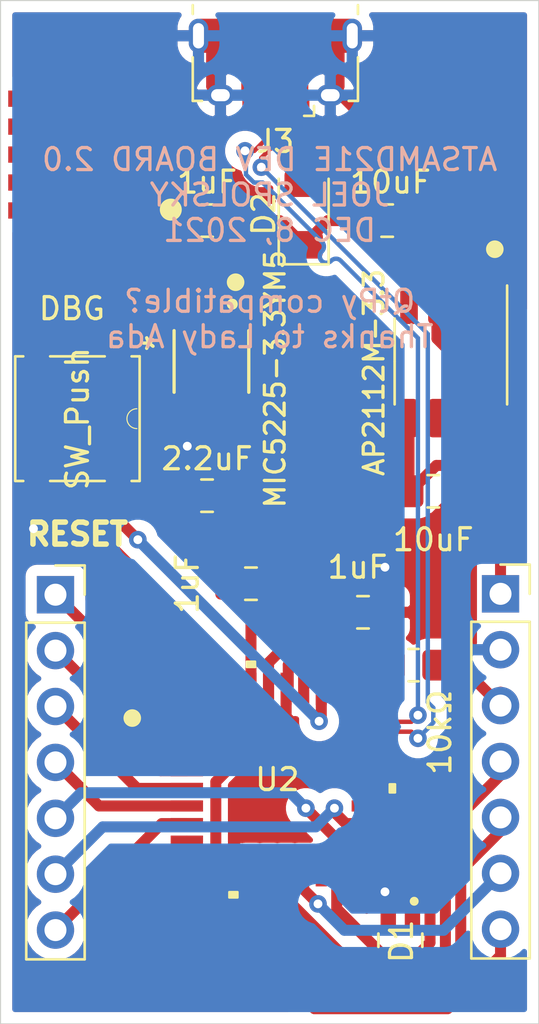
<source format=kicad_pcb>
(kicad_pcb (version 20171130) (host pcbnew "(5.1.12-1-10_14)")

  (general
    (thickness 1.6)
    (drawings 9)
    (tracks 269)
    (zones 0)
    (modules 17)
    (nets 40)
  )

  (page A4)
  (layers
    (0 F.Cu signal hide)
    (31 B.Cu signal)
    (32 B.Adhes user hide)
    (33 F.Adhes user hide)
    (34 B.Paste user)
    (35 F.Paste user hide)
    (36 B.SilkS user)
    (37 F.SilkS user hide)
    (38 B.Mask user)
    (39 F.Mask user hide)
    (40 Dwgs.User user hide)
    (41 Cmts.User user hide)
    (42 Eco1.User user hide)
    (43 Eco2.User user hide)
    (44 Edge.Cuts user)
    (45 Margin user hide)
    (46 B.CrtYd user)
    (47 F.CrtYd user hide)
    (48 B.Fab user)
    (49 F.Fab user hide)
  )

  (setup
    (last_trace_width 0.25)
    (user_trace_width 0.4)
    (user_trace_width 0.5)
    (trace_clearance 0.2)
    (zone_clearance 0.508)
    (zone_45_only no)
    (trace_min 0.2)
    (via_size 0.8)
    (via_drill 0.4)
    (via_min_size 0.4)
    (via_min_drill 0.3)
    (uvia_size 0.3)
    (uvia_drill 0.1)
    (uvias_allowed no)
    (uvia_min_size 0.2)
    (uvia_min_drill 0.1)
    (edge_width 0.05)
    (segment_width 0.2)
    (pcb_text_width 0.3)
    (pcb_text_size 1.5 1.5)
    (mod_edge_width 0.12)
    (mod_text_size 1 1)
    (mod_text_width 0.15)
    (pad_size 1.524 1.524)
    (pad_drill 0.762)
    (pad_to_mask_clearance 0)
    (aux_axis_origin 25.5 100)
    (grid_origin 25.5 100)
    (visible_elements FFFFFF7F)
    (pcbplotparams
      (layerselection 0x010fc_ffffffff)
      (usegerberextensions false)
      (usegerberattributes false)
      (usegerberadvancedattributes false)
      (creategerberjobfile false)
      (excludeedgelayer true)
      (linewidth 0.100000)
      (plotframeref false)
      (viasonmask false)
      (mode 1)
      (useauxorigin false)
      (hpglpennumber 1)
      (hpglpenspeed 20)
      (hpglpendiameter 15.000000)
      (psnegative false)
      (psa4output false)
      (plotreference true)
      (plotvalue true)
      (plotinvisibletext false)
      (padsonsilk false)
      (subtractmaskfromsilk false)
      (outputformat 1)
      (mirror false)
      (drillshape 0)
      (scaleselection 1)
      (outputdirectory "gerbers"))
  )

  (net 0 "")
  (net 1 GND)
  (net 2 +5V)
  (net 3 +3V3)
  (net 4 "Net-(C4-Pad1)")
  (net 5 /NEO_PWR)
  (net 6 /NEOPIX)
  (net 7 "Net-(D1-Pad1)")
  (net 8 "Net-(D2-Pad2)")
  (net 9 /SWDIO)
  (net 10 /SWCLK)
  (net 11 "Net-(J1-Pad8)")
  (net 12 "Net-(J1-Pad7)")
  (net 13 /~RESET)
  (net 14 "Net-(J1-Pad4)")
  (net 15 /TX_A6)
  (net 16 /SCL)
  (net 17 /SDA)
  (net 18 /A3)
  (net 19 /A2)
  (net 20 /A1)
  (net 21 /A0)
  (net 22 "Net-(J3-Pad4)")
  (net 23 /D+)
  (net 24 /D-)
  (net 25 /RX_A7)
  (net 26 /SCK)
  (net 27 /MISO)
  (net 28 /MOSI)
  (net 29 "Net-(U1-Pad4)")
  (net 30 "Net-(U2-Pad1)")
  (net 31 "Net-(U2-Pad2)")
  (net 32 "Net-(U2-Pad11)")
  (net 33 "Net-(U2-Pad15)")
  (net 34 "Net-(U2-Pad20)")
  (net 35 "Net-(U2-Pad21)")
  (net 36 "Net-(U2-Pad22)")
  (net 37 "Net-(U2-Pad25)")
  (net 38 "Net-(U2-Pad27)")
  (net 39 "Net-(U3-Pad4)")

  (net_class Default "This is the default net class."
    (clearance 0.2)
    (trace_width 0.25)
    (via_dia 0.8)
    (via_drill 0.4)
    (uvia_dia 0.3)
    (uvia_drill 0.1)
    (add_net +3V3)
    (add_net +5V)
    (add_net /A0)
    (add_net /A1)
    (add_net /A2)
    (add_net /A3)
    (add_net /D+)
    (add_net /D-)
    (add_net /MISO)
    (add_net /MOSI)
    (add_net /NEOPIX)
    (add_net /NEO_PWR)
    (add_net /RX_A7)
    (add_net /SCK)
    (add_net /SCL)
    (add_net /SDA)
    (add_net /SWCLK)
    (add_net /SWDIO)
    (add_net /TX_A6)
    (add_net /~RESET)
    (add_net GND)
    (add_net "Net-(C4-Pad1)")
    (add_net "Net-(D1-Pad1)")
    (add_net "Net-(D2-Pad2)")
    (add_net "Net-(J1-Pad4)")
    (add_net "Net-(J1-Pad7)")
    (add_net "Net-(J1-Pad8)")
    (add_net "Net-(J3-Pad4)")
    (add_net "Net-(U1-Pad4)")
    (add_net "Net-(U2-Pad1)")
    (add_net "Net-(U2-Pad11)")
    (add_net "Net-(U2-Pad15)")
    (add_net "Net-(U2-Pad2)")
    (add_net "Net-(U2-Pad20)")
    (add_net "Net-(U2-Pad21)")
    (add_net "Net-(U2-Pad22)")
    (add_net "Net-(U2-Pad25)")
    (add_net "Net-(U2-Pad27)")
    (add_net "Net-(U3-Pad4)")
  )

  (module "Joels KiCad Footprint Library:CNC_3220-10-0300-00_SWD_Receptacle" (layer F.Cu) (tedit 61B0FC56) (tstamp 61B0181E)
    (at 29 60.5 180)
    (descr "surface-mounted straight pin header, 2x05, 1.27mm pitch, double rows")
    (tags "Surface mounted pin header SMD 2x05 1.27mm double row")
    (path /61999956)
    (attr smd)
    (fp_text reference DBG (at 0.25 -7) (layer F.SilkS)
      (effects (font (size 1 1) (thickness 0.15)))
    )
    (fp_text value DEBUG (at 0 7.25) (layer F.Fab)
      (effects (font (size 1 1) (thickness 0.15)))
    )
    (fp_circle (center -4.25 -2.5) (end -4 -2.5) (layer F.SilkS) (width 0.5))
    (fp_line (start -3.25 6.25) (end 3.25 6.25) (layer F.CrtYd) (width 0.12))
    (fp_line (start -3.25 -6.25) (end 3.25 -6.25) (layer F.CrtYd) (width 0.12))
    (fp_line (start 3.25 6.25) (end 3.25 -6.25) (layer F.CrtYd) (width 0.12))
    (fp_line (start -3.25 -6.25) (end -3.25 6.25) (layer F.CrtYd) (width 0.12))
    (fp_line (start 1.705 3.175) (end -1.705 3.175) (layer F.Fab) (width 0.1))
    (fp_line (start -1.27 -3.175) (end 1.705 -3.175) (layer F.Fab) (width 0.1))
    (fp_line (start -1.705 3.175) (end -1.705 -2.74) (layer F.Fab) (width 0.1))
    (fp_line (start -1.705 -2.74) (end -1.27 -3.175) (layer F.Fab) (width 0.1))
    (fp_line (start 1.705 -3.175) (end 1.705 3.175) (layer F.Fab) (width 0.1))
    (fp_line (start -1.705 -2.74) (end -2.75 -2.74) (layer F.Fab) (width 0.1))
    (fp_line (start -2.75 -2.74) (end -2.75 -2.34) (layer F.Fab) (width 0.1))
    (fp_line (start -2.75 -2.34) (end -1.705 -2.34) (layer F.Fab) (width 0.1))
    (fp_line (start 1.705 -2.74) (end 2.75 -2.74) (layer F.Fab) (width 0.1))
    (fp_line (start 2.75 -2.74) (end 2.75 -2.34) (layer F.Fab) (width 0.1))
    (fp_line (start 2.75 -2.34) (end 1.705 -2.34) (layer F.Fab) (width 0.1))
    (fp_line (start -1.705 -1.47) (end -2.75 -1.47) (layer F.Fab) (width 0.1))
    (fp_line (start -2.75 -1.47) (end -2.75 -1.07) (layer F.Fab) (width 0.1))
    (fp_line (start -2.75 -1.07) (end -1.705 -1.07) (layer F.Fab) (width 0.1))
    (fp_line (start 1.705 -1.47) (end 2.75 -1.47) (layer F.Fab) (width 0.1))
    (fp_line (start 2.75 -1.47) (end 2.75 -1.07) (layer F.Fab) (width 0.1))
    (fp_line (start 2.75 -1.07) (end 1.705 -1.07) (layer F.Fab) (width 0.1))
    (fp_line (start -1.705 -0.2) (end -2.75 -0.2) (layer F.Fab) (width 0.1))
    (fp_line (start -2.75 -0.2) (end -2.75 0.2) (layer F.Fab) (width 0.1))
    (fp_line (start -2.75 0.2) (end -1.705 0.2) (layer F.Fab) (width 0.1))
    (fp_line (start 1.705 -0.2) (end 2.75 -0.2) (layer F.Fab) (width 0.1))
    (fp_line (start 2.75 -0.2) (end 2.75 0.2) (layer F.Fab) (width 0.1))
    (fp_line (start 2.75 0.2) (end 1.705 0.2) (layer F.Fab) (width 0.1))
    (fp_line (start -1.705 1.07) (end -2.75 1.07) (layer F.Fab) (width 0.1))
    (fp_line (start -2.75 1.07) (end -2.75 1.47) (layer F.Fab) (width 0.1))
    (fp_line (start -2.75 1.47) (end -1.705 1.47) (layer F.Fab) (width 0.1))
    (fp_line (start 1.705 1.07) (end 2.75 1.07) (layer F.Fab) (width 0.1))
    (fp_line (start 2.75 1.07) (end 2.75 1.47) (layer F.Fab) (width 0.1))
    (fp_line (start 2.75 1.47) (end 1.705 1.47) (layer F.Fab) (width 0.1))
    (fp_line (start -1.705 2.34) (end -2.75 2.34) (layer F.Fab) (width 0.1))
    (fp_line (start -2.75 2.34) (end -2.75 2.74) (layer F.Fab) (width 0.1))
    (fp_line (start -2.75 2.74) (end -1.705 2.74) (layer F.Fab) (width 0.1))
    (fp_line (start 1.705 2.34) (end 2.75 2.34) (layer F.Fab) (width 0.1))
    (fp_line (start 2.75 2.34) (end 2.75 2.74) (layer F.Fab) (width 0.1))
    (fp_line (start 2.75 2.74) (end 1.705 2.74) (layer F.Fab) (width 0.1))
    (fp_text user %R (at 0 0 90) (layer F.Fab)
      (effects (font (size 1 1) (thickness 0.15)))
    )
    (pad 6 smd rect (at 1.95 2.54 180) (size 2.4 0.74) (layers F.Cu F.Paste F.Mask)
      (net 13 /~RESET))
    (pad 5 smd rect (at -1.95 2.54 180) (size 2.4 0.74) (layers F.Cu F.Paste F.Mask)
      (net 1 GND))
    (pad 7 smd rect (at 1.95 1.27 180) (size 2.4 0.74) (layers F.Cu F.Paste F.Mask)
      (net 12 "Net-(J1-Pad7)"))
    (pad 4 smd rect (at -1.95 1.27 180) (size 2.4 0.74) (layers F.Cu F.Paste F.Mask)
      (net 14 "Net-(J1-Pad4)"))
    (pad 8 smd rect (at 1.95 0 180) (size 2.4 0.74) (layers F.Cu F.Paste F.Mask)
      (net 11 "Net-(J1-Pad8)"))
    (pad 3 smd rect (at -1.95 0 180) (size 2.4 0.74) (layers F.Cu F.Paste F.Mask)
      (net 1 GND))
    (pad 9 smd rect (at 1.95 -1.27 180) (size 2.4 0.74) (layers F.Cu F.Paste F.Mask)
      (net 10 /SWCLK))
    (pad 2 smd rect (at -1.95 -1.27 180) (size 2.4 0.74) (layers F.Cu F.Paste F.Mask)
      (net 1 GND))
    (pad 10 smd rect (at 1.95 -2.54 180) (size 2.4 0.74) (layers F.Cu F.Paste F.Mask)
      (net 9 /SWDIO))
    (pad 1 smd rect (at -1.95 -2.54 180) (size 2.4 0.74) (layers F.Cu F.Paste F.Mask)
      (net 3 +3V3))
    (model ${KISYS3DMOD}/Connector_PinHeader_1.27mm.3dshapes/PinHeader_2x05_P1.27mm_Vertical_SMD.wrl
      (at (xyz 0 0 0))
      (scale (xyz 1 1 1))
      (rotate (xyz 0 0 0))
    )
  )

  (module "Joels KiCad Footprint Library:PTS526_SK15_SMTR2_LFS_Tactile_SW_5.2x5.2" (layer F.Cu) (tedit 6197D285) (tstamp 61B018A4)
    (at 29 72.5 270)
    (path /6198A164)
    (fp_text reference RESET1 (at 5.3 -0.6 180) (layer F.SilkS) hide
      (effects (font (size 1 1) (thickness 0.15)))
    )
    (fp_text value SW_Push (at 0 0 270) (layer F.SilkS)
      (effects (font (size 1 1) (thickness 0.15)))
    )
    (fp_line (start -2.9591 2.3876) (end -3.9116 2.3876) (layer F.CrtYd) (width 0.05))
    (fp_line (start -2.9591 2.9591) (end -2.9591 2.3876) (layer F.CrtYd) (width 0.05))
    (fp_line (start 2.9591 2.9591) (end -2.9591 2.9591) (layer F.CrtYd) (width 0.05))
    (fp_line (start 2.9591 2.3876) (end 2.9591 2.9591) (layer F.CrtYd) (width 0.05))
    (fp_line (start 3.9116 2.3876) (end 2.9591 2.3876) (layer F.CrtYd) (width 0.05))
    (fp_line (start 3.9116 -2.3876) (end 3.9116 2.3876) (layer F.CrtYd) (width 0.05))
    (fp_line (start 2.9591 -2.3876) (end 3.9116 -2.3876) (layer F.CrtYd) (width 0.05))
    (fp_line (start 2.9591 -2.9591) (end 2.9591 -2.3876) (layer F.CrtYd) (width 0.05))
    (fp_line (start -2.9591 -2.9591) (end 2.9591 -2.9591) (layer F.CrtYd) (width 0.05))
    (fp_line (start -2.9591 -2.3876) (end -2.9591 -2.9591) (layer F.CrtYd) (width 0.05))
    (fp_line (start -3.9116 -2.3876) (end -2.9591 -2.3876) (layer F.CrtYd) (width 0.05))
    (fp_line (start -3.9116 2.3876) (end -3.9116 -2.3876) (layer F.CrtYd) (width 0.05))
    (fp_line (start 2.8321 -2.46634) (end 2.8321 -2.8321) (layer F.SilkS) (width 0.12))
    (fp_line (start 2.8321 1.24206) (end 2.8321 -1.24206) (layer F.SilkS) (width 0.12))
    (fp_line (start -2.8321 2.46634) (end -2.8321 2.8321) (layer F.SilkS) (width 0.12))
    (fp_line (start -2.8321 -1.24206) (end -2.8321 1.24206) (layer F.SilkS) (width 0.12))
    (fp_line (start -2.7051 -2.7051) (end -2.7051 2.7051) (layer F.Fab) (width 0.1))
    (fp_line (start 2.7051 -2.7051) (end -2.7051 -2.7051) (layer F.Fab) (width 0.1))
    (fp_line (start 2.7051 2.7051) (end 2.7051 -2.7051) (layer F.Fab) (width 0.1))
    (fp_line (start -2.7051 2.7051) (end 2.7051 2.7051) (layer F.Fab) (width 0.1))
    (fp_line (start -2.8321 -2.8321) (end -2.8321 -2.46634) (layer F.SilkS) (width 0.12))
    (fp_line (start 2.8321 -2.8321) (end -2.8321 -2.8321) (layer F.SilkS) (width 0.12))
    (fp_line (start 2.8321 2.8321) (end 2.8321 2.46634) (layer F.SilkS) (width 0.12))
    (fp_line (start -2.8321 2.8321) (end 2.8321 2.8321) (layer F.SilkS) (width 0.12))
    (fp_line (start 3.302 -2.1082) (end 2.7051 -2.1082) (layer F.Fab) (width 0.1))
    (fp_line (start 3.302 -1.6002) (end 3.302 -2.1082) (layer F.Fab) (width 0.1))
    (fp_line (start 2.7051 -1.6002) (end 3.302 -1.6002) (layer F.Fab) (width 0.1))
    (fp_line (start 2.7051 -2.1082) (end 2.7051 -1.6002) (layer F.Fab) (width 0.1))
    (fp_line (start 3.302 1.6002) (end 2.7051 1.6002) (layer F.Fab) (width 0.1))
    (fp_line (start 3.302 2.1082) (end 3.302 1.6002) (layer F.Fab) (width 0.1))
    (fp_line (start 2.7051 2.1082) (end 3.302 2.1082) (layer F.Fab) (width 0.1))
    (fp_line (start 2.7051 1.6002) (end 2.7051 2.1082) (layer F.Fab) (width 0.1))
    (fp_line (start -3.302 2.1082) (end -2.7051 2.1082) (layer F.Fab) (width 0.1))
    (fp_line (start -3.302 1.6002) (end -3.302 2.1082) (layer F.Fab) (width 0.1))
    (fp_line (start -2.7051 1.6002) (end -3.302 1.6002) (layer F.Fab) (width 0.1))
    (fp_line (start -2.7051 2.1082) (end -2.7051 1.6002) (layer F.Fab) (width 0.1))
    (fp_line (start -3.302 -1.6002) (end -2.7051 -1.6002) (layer F.Fab) (width 0.1))
    (fp_line (start -3.302 -2.1082) (end -3.302 -1.6002) (layer F.Fab) (width 0.1))
    (fp_line (start -2.7051 -2.1082) (end -3.302 -2.1082) (layer F.Fab) (width 0.1))
    (fp_line (start -2.7051 -1.6002) (end -2.7051 -2.1082) (layer F.Fab) (width 0.1))
    (fp_text user "Copyright 2021 Accelerated Designs. All rights reserved." (at 0 0 90) (layer Cmts.User)
      (effects (font (size 0.127 0.127) (thickness 0.002)))
    )
    (fp_text user * (at -3.43535 -3.556 90) (layer F.SilkS)
      (effects (font (size 1 1) (thickness 0.15)))
    )
    (fp_text user * (at -2.3241 -2.6289 90) (layer F.Fab)
      (effects (font (size 1 1) (thickness 0.15)))
    )
    (fp_text user * (at -3.43535 -3.556 90) (layer F.SilkS)
      (effects (font (size 1 1) (thickness 0.15)))
    )
    (fp_text user * (at -2.3241 -2.6289 90) (layer F.Fab)
      (effects (font (size 1 1) (thickness 0.15)))
    )
    (fp_arc (start 0 -2.7051) (end -0.45085 -2.7051) (angle -180) (layer F.SilkS) (width 0.05))
    (fp_arc (start 0 -2.7051) (end -0.3048 -2.7051) (angle -180) (layer F.Fab) (width 0.1))
    (pad 1 smd rect (at -3.18135 -1.8542 270) (size 0.9525 0.5588) (layers F.Cu F.Paste F.Mask)
      (net 13 /~RESET))
    (pad 3 smd rect (at -3.18135 1.8542 270) (size 0.9525 0.5588) (layers F.Cu F.Paste F.Mask)
      (net 1 GND))
    (pad 4 smd rect (at 3.18135 1.8542 270) (size 0.9525 0.5588) (layers F.Cu F.Paste F.Mask)
      (net 1 GND))
    (pad 2 smd rect (at 3.18135 -1.8542 270) (size 0.9525 0.5588) (layers F.Cu F.Paste F.Mask)
      (net 13 /~RESET))
  )

  (module "Joels KiCad Footprint Library:MIC5225-SOT23-5LD" (layer F.Cu) (tedit 5EF164F6) (tstamp 61B019A2)
    (at 35.1 69.9 270)
    (path /61BA95A7)
    (fp_text reference U3 (at -1.4281 -2.5 90) (layer F.SilkS) hide
      (effects (font (size 1 1) (thickness 0.15)) (justify right))
    )
    (fp_text value MIC5225-3.3YM5 (at 0.8 -2.9 90) (layer F.SilkS)
      (effects (font (size 0.9 0.9) (thickness 0.15)))
    )
    (fp_line (start -0.8 1.45) (end -0.8 -1.45) (layer F.Fab) (width 0.15))
    (fp_line (start -0.8 -1.45) (end 0.8 -1.45) (layer F.Fab) (width 0.15))
    (fp_line (start 0.8 -1.45) (end 0.8 1.45) (layer F.Fab) (width 0.15))
    (fp_line (start 0.8 1.45) (end -0.8 1.45) (layer F.Fab) (width 0.15))
    (fp_line (start 2.478101 -1.875) (end 2.478101 -1.875) (layer F.CrtYd) (width 0.15))
    (fp_line (start 2.478101 -1.875) (end -2.478099 -1.875) (layer F.CrtYd) (width 0.15))
    (fp_line (start -2.478099 -1.875) (end -2.478099 1.875) (layer F.CrtYd) (width 0.15))
    (fp_line (start -2.478099 1.875) (end 2.478101 1.875) (layer F.CrtYd) (width 0.15))
    (fp_line (start 2.478101 1.875) (end 2.478101 -1.875) (layer F.CrtYd) (width 0.15))
    (fp_line (start -1.4 1.7) (end 1.4 1.7) (layer F.SilkS) (width 0.15))
    (fp_line (start -1.4 -1.7) (end 1.4 -1.7) (layer F.SilkS) (width 0.15))
    (fp_circle (center -2.6031 -0.95) (end -2.4781 -0.95) (layer F.SilkS) (width 0.25))
    (pad 1 smd rect (at -1.175281 -0.95 270) (size 1.755639 0.609807) (layers F.Cu F.Paste F.Mask)
      (net 2 +5V))
    (pad 2 smd roundrect (at -1.175281 0.000001 270) (size 1.755639 0.609807) (layers F.Cu F.Paste F.Mask) (roundrect_rratio 0.4999991800684479)
      (net 1 GND))
    (pad 3 smd roundrect (at -1.175281 0.950001 270) (size 1.755639 0.609807) (layers F.Cu F.Paste F.Mask) (roundrect_rratio 0.4999991800684479)
      (net 2 +5V))
    (pad 4 smd roundrect (at 1.175282 0.950001 270) (size 1.755639 0.609807) (layers F.Cu F.Paste F.Mask) (roundrect_rratio 0.4999991800684479)
      (net 39 "Net-(U3-Pad4)"))
    (pad 5 smd roundrect (at 1.175282 -0.95 270) (size 1.755639 0.609807) (layers F.Cu F.Paste F.Mask) (roundrect_rratio 0.4999991800684479)
      (net 3 +3V3))
    (model eec.models/Microchip_Technology_-_MIC5225-3.3YM5-TR.step
      (at (xyz 0 0 0))
      (scale (xyz 1 1 1))
      (rotate (xyz 0 0 0))
    )
  )

  (module "Joels KiCad Footprint Library:ATSAMD21E18A-AF" (layer F.Cu) (tedit 0) (tstamp 61B02089)
    (at 38.1 88.9)
    (path /6196BB45)
    (fp_text reference U2 (at 0 0) (layer F.SilkS)
      (effects (font (size 1 1) (thickness 0.15)))
    )
    (fp_text value ATSAMD21E18A-AF (at -0.2 -6) (layer F.SilkS) hide
      (effects (font (size 1 1) (thickness 0.15)))
    )
    (fp_circle (center -5.3255 -2.8) (end -5.3255 -2.8) (layer F.CrtYd) (width 0.05))
    (fp_line (start -3.308 3.754) (end -3.754 3.754) (layer F.CrtYd) (width 0.05))
    (fp_line (start -3.308 5.1096) (end -3.308 3.754) (layer F.CrtYd) (width 0.05))
    (fp_line (start 3.308 5.1096) (end -3.308 5.1096) (layer F.CrtYd) (width 0.05))
    (fp_line (start 3.308 3.754) (end 3.308 5.1096) (layer F.CrtYd) (width 0.05))
    (fp_line (start 3.754 3.754) (end 3.308 3.754) (layer F.CrtYd) (width 0.05))
    (fp_line (start 3.754 3.308) (end 3.754 3.754) (layer F.CrtYd) (width 0.05))
    (fp_line (start 5.1096 3.308) (end 3.754 3.308) (layer F.CrtYd) (width 0.05))
    (fp_line (start 5.1096 -3.308) (end 5.1096 3.308) (layer F.CrtYd) (width 0.05))
    (fp_line (start 3.754 -3.308) (end 5.1096 -3.308) (layer F.CrtYd) (width 0.05))
    (fp_line (start 3.754 -3.754) (end 3.754 -3.308) (layer F.CrtYd) (width 0.05))
    (fp_line (start 3.308 -3.754) (end 3.754 -3.754) (layer F.CrtYd) (width 0.05))
    (fp_line (start 3.308 -5.1096) (end 3.308 -3.754) (layer F.CrtYd) (width 0.05))
    (fp_line (start -3.308 -5.1096) (end 3.308 -5.1096) (layer F.CrtYd) (width 0.05))
    (fp_line (start -3.308 -3.754) (end -3.308 -5.1096) (layer F.CrtYd) (width 0.05))
    (fp_line (start -3.754 -3.754) (end -3.308 -3.754) (layer F.CrtYd) (width 0.05))
    (fp_line (start -3.754 -3.308) (end -3.754 -3.754) (layer F.CrtYd) (width 0.05))
    (fp_line (start -5.1096 -3.308) (end -3.754 -3.308) (layer F.CrtYd) (width 0.05))
    (fp_line (start -5.1096 3.308) (end -5.1096 -3.308) (layer F.CrtYd) (width 0.05))
    (fp_line (start -3.754 3.308) (end -5.1096 3.308) (layer F.CrtYd) (width 0.05))
    (fp_line (start -3.754 3.754) (end -3.754 3.308) (layer F.CrtYd) (width 0.05))
    (fp_poly (pts (xy -1.3905 -5.109599) (xy -1.3905 -5.363599) (xy -1.0095 -5.363599) (xy -1.0095 -5.109599)) (layer F.SilkS) (width 0.1))
    (fp_poly (pts (xy 5.363599 0.209499) (xy 5.363599 0.590499) (xy 5.109599 0.590499) (xy 5.109599 0.209499)) (layer F.SilkS) (width 0.1))
    (fp_poly (pts (xy -2.190501 5.109599) (xy -2.190501 5.363599) (xy -1.809501 5.363599) (xy -1.809501 5.109599)) (layer F.SilkS) (width 0.1))
    (fp_line (start -3.500001 3.500001) (end -3.500001 3.500001) (layer F.Fab) (width 0.1))
    (fp_line (start -3.500001 -3.500001) (end -3.500001 3.500001) (layer F.Fab) (width 0.1))
    (fp_line (start -3.500001 -3.500001) (end -3.500001 -3.500001) (layer F.Fab) (width 0.1))
    (fp_line (start 3.500001 -3.500001) (end -3.500001 -3.500001) (layer F.Fab) (width 0.1))
    (fp_line (start 3.500001 -3.500001) (end 3.500001 -3.500001) (layer F.Fab) (width 0.1))
    (fp_line (start 3.500001 3.500001) (end 3.500001 -3.500001) (layer F.Fab) (width 0.1))
    (fp_line (start 3.500001 3.500001) (end 3.500001 3.500001) (layer F.Fab) (width 0.1))
    (fp_line (start -3.500001 3.500001) (end 3.500001 3.500001) (layer F.Fab) (width 0.1))
    (fp_line (start -3.5 -2.229999) (end -2.229999 -3.5) (layer F.Fab) (width 0.1))
    (fp_line (start 4.5 -3.0286) (end 3.5 -3.0286) (layer F.Fab) (width 0.1))
    (fp_line (start 4.5 -2.5714) (end 4.5 -3.0286) (layer F.Fab) (width 0.1))
    (fp_line (start 3.5 -2.5714) (end 4.5 -2.5714) (layer F.Fab) (width 0.1))
    (fp_line (start 3.5 -3.0286) (end 3.5 -2.5714) (layer F.Fab) (width 0.1))
    (fp_line (start 4.5 -2.2286) (end 3.5 -2.2286) (layer F.Fab) (width 0.1))
    (fp_line (start 4.5 -1.7714) (end 4.5 -2.2286) (layer F.Fab) (width 0.1))
    (fp_line (start 3.5 -1.7714) (end 4.5 -1.7714) (layer F.Fab) (width 0.1))
    (fp_line (start 3.5 -2.2286) (end 3.5 -1.7714) (layer F.Fab) (width 0.1))
    (fp_line (start 4.5 -1.4286) (end 3.5 -1.4286) (layer F.Fab) (width 0.1))
    (fp_line (start 4.5 -0.9714) (end 4.5 -1.4286) (layer F.Fab) (width 0.1))
    (fp_line (start 3.5 -0.9714) (end 4.5 -0.9714) (layer F.Fab) (width 0.1))
    (fp_line (start 3.5 -1.4286) (end 3.5 -0.9714) (layer F.Fab) (width 0.1))
    (fp_line (start 4.5 -0.6286) (end 3.5 -0.6286) (layer F.Fab) (width 0.1))
    (fp_line (start 4.5 -0.1714) (end 4.5 -0.6286) (layer F.Fab) (width 0.1))
    (fp_line (start 3.5 -0.1714) (end 4.5 -0.1714) (layer F.Fab) (width 0.1))
    (fp_line (start 3.5 -0.6286) (end 3.5 -0.1714) (layer F.Fab) (width 0.1))
    (fp_line (start 4.5 0.1714) (end 3.5 0.1714) (layer F.Fab) (width 0.1))
    (fp_line (start 4.5 0.6286) (end 4.5 0.1714) (layer F.Fab) (width 0.1))
    (fp_line (start 3.5 0.6286) (end 4.5 0.6286) (layer F.Fab) (width 0.1))
    (fp_line (start 3.5 0.1714) (end 3.5 0.6286) (layer F.Fab) (width 0.1))
    (fp_line (start 4.5 0.9714) (end 3.5 0.9714) (layer F.Fab) (width 0.1))
    (fp_line (start 4.5 1.4286) (end 4.5 0.9714) (layer F.Fab) (width 0.1))
    (fp_line (start 3.5 1.4286) (end 4.5 1.4286) (layer F.Fab) (width 0.1))
    (fp_line (start 3.5 0.9714) (end 3.5 1.4286) (layer F.Fab) (width 0.1))
    (fp_line (start 4.5 1.7714) (end 3.5 1.7714) (layer F.Fab) (width 0.1))
    (fp_line (start 4.5 2.2286) (end 4.5 1.7714) (layer F.Fab) (width 0.1))
    (fp_line (start 3.5 2.2286) (end 4.5 2.2286) (layer F.Fab) (width 0.1))
    (fp_line (start 3.5 1.7714) (end 3.5 2.2286) (layer F.Fab) (width 0.1))
    (fp_line (start 4.5 2.5714) (end 3.5 2.5714) (layer F.Fab) (width 0.1))
    (fp_line (start 4.5 3.0286) (end 4.5 2.5714) (layer F.Fab) (width 0.1))
    (fp_line (start 3.5 3.0286) (end 4.5 3.0286) (layer F.Fab) (width 0.1))
    (fp_line (start 3.5 2.5714) (end 3.5 3.0286) (layer F.Fab) (width 0.1))
    (fp_line (start 3.0286 4.5) (end 3.0286 3.5) (layer F.Fab) (width 0.1))
    (fp_line (start 2.5714 4.5) (end 3.0286 4.5) (layer F.Fab) (width 0.1))
    (fp_line (start 2.5714 3.5) (end 2.5714 4.5) (layer F.Fab) (width 0.1))
    (fp_line (start 3.0286 3.5) (end 2.5714 3.5) (layer F.Fab) (width 0.1))
    (fp_line (start 2.2286 4.5) (end 2.2286 3.5) (layer F.Fab) (width 0.1))
    (fp_line (start 1.7714 4.5) (end 2.2286 4.5) (layer F.Fab) (width 0.1))
    (fp_line (start 1.7714 3.5) (end 1.7714 4.5) (layer F.Fab) (width 0.1))
    (fp_line (start 2.2286 3.5) (end 1.7714 3.5) (layer F.Fab) (width 0.1))
    (fp_line (start 1.4286 4.5) (end 1.4286 3.5) (layer F.Fab) (width 0.1))
    (fp_line (start 0.9714 4.5) (end 1.4286 4.5) (layer F.Fab) (width 0.1))
    (fp_line (start 0.9714 3.5) (end 0.9714 4.5) (layer F.Fab) (width 0.1))
    (fp_line (start 1.4286 3.5) (end 0.9714 3.5) (layer F.Fab) (width 0.1))
    (fp_line (start 0.6286 4.5) (end 0.6286 3.5) (layer F.Fab) (width 0.1))
    (fp_line (start 0.1714 4.5) (end 0.6286 4.5) (layer F.Fab) (width 0.1))
    (fp_line (start 0.1714 3.5) (end 0.1714 4.5) (layer F.Fab) (width 0.1))
    (fp_line (start 0.6286 3.5) (end 0.1714 3.5) (layer F.Fab) (width 0.1))
    (fp_line (start -0.1714 4.5) (end -0.1714 3.5) (layer F.Fab) (width 0.1))
    (fp_line (start -0.6286 4.5) (end -0.1714 4.5) (layer F.Fab) (width 0.1))
    (fp_line (start -0.6286 3.5) (end -0.6286 4.5) (layer F.Fab) (width 0.1))
    (fp_line (start -0.1714 3.5) (end -0.6286 3.5) (layer F.Fab) (width 0.1))
    (fp_line (start -0.9714 4.5) (end -0.9714 3.5) (layer F.Fab) (width 0.1))
    (fp_line (start -1.4286 4.5) (end -0.9714 4.5) (layer F.Fab) (width 0.1))
    (fp_line (start -1.4286 3.5) (end -1.4286 4.5) (layer F.Fab) (width 0.1))
    (fp_line (start -0.9714 3.5) (end -1.4286 3.5) (layer F.Fab) (width 0.1))
    (fp_line (start -1.7714 4.5) (end -1.7714 3.5) (layer F.Fab) (width 0.1))
    (fp_line (start -2.2286 4.5) (end -1.7714 4.5) (layer F.Fab) (width 0.1))
    (fp_line (start -2.2286 3.5) (end -2.2286 4.5) (layer F.Fab) (width 0.1))
    (fp_line (start -1.7714 3.5) (end -2.2286 3.5) (layer F.Fab) (width 0.1))
    (fp_line (start -2.5714 4.5) (end -2.5714 3.5) (layer F.Fab) (width 0.1))
    (fp_line (start -3.0286 4.5) (end -2.5714 4.5) (layer F.Fab) (width 0.1))
    (fp_line (start -3.0286 3.5) (end -3.0286 4.5) (layer F.Fab) (width 0.1))
    (fp_line (start -2.5714 3.5) (end -3.0286 3.5) (layer F.Fab) (width 0.1))
    (fp_line (start -4.5 3.0286) (end -3.5 3.0286) (layer F.Fab) (width 0.1))
    (fp_line (start -4.5 2.5714) (end -4.5 3.0286) (layer F.Fab) (width 0.1))
    (fp_line (start -3.5 2.5714) (end -4.5 2.5714) (layer F.Fab) (width 0.1))
    (fp_line (start -3.5 3.0286) (end -3.5 2.5714) (layer F.Fab) (width 0.1))
    (fp_line (start -4.5 2.2286) (end -3.5 2.2286) (layer F.Fab) (width 0.1))
    (fp_line (start -4.5 1.7714) (end -4.5 2.2286) (layer F.Fab) (width 0.1))
    (fp_line (start -3.5 1.7714) (end -4.5 1.7714) (layer F.Fab) (width 0.1))
    (fp_line (start -3.5 2.2286) (end -3.5 1.7714) (layer F.Fab) (width 0.1))
    (fp_line (start -4.5 1.4286) (end -3.5 1.4286) (layer F.Fab) (width 0.1))
    (fp_line (start -4.5 0.9714) (end -4.5 1.4286) (layer F.Fab) (width 0.1))
    (fp_line (start -3.5 0.9714) (end -4.5 0.9714) (layer F.Fab) (width 0.1))
    (fp_line (start -3.5 1.4286) (end -3.5 0.9714) (layer F.Fab) (width 0.1))
    (fp_line (start -4.5 0.6286) (end -3.5 0.6286) (layer F.Fab) (width 0.1))
    (fp_line (start -4.5 0.1714) (end -4.5 0.6286) (layer F.Fab) (width 0.1))
    (fp_line (start -3.5 0.1714) (end -4.5 0.1714) (layer F.Fab) (width 0.1))
    (fp_line (start -3.5 0.6286) (end -3.5 0.1714) (layer F.Fab) (width 0.1))
    (fp_line (start -4.5 -0.1714) (end -3.5 -0.1714) (layer F.Fab) (width 0.1))
    (fp_line (start -4.5 -0.6286) (end -4.5 -0.1714) (layer F.Fab) (width 0.1))
    (fp_line (start -3.5 -0.6286) (end -4.5 -0.6286) (layer F.Fab) (width 0.1))
    (fp_line (start -3.5 -0.1714) (end -3.5 -0.6286) (layer F.Fab) (width 0.1))
    (fp_line (start -4.5 -0.9714) (end -3.5 -0.9714) (layer F.Fab) (width 0.1))
    (fp_line (start -4.5 -1.4286) (end -4.5 -0.9714) (layer F.Fab) (width 0.1))
    (fp_line (start -3.5 -1.4286) (end -4.5 -1.4286) (layer F.Fab) (width 0.1))
    (fp_line (start -3.5 -0.9714) (end -3.5 -1.4286) (layer F.Fab) (width 0.1))
    (fp_line (start -4.5 -1.7714) (end -3.5 -1.7714) (layer F.Fab) (width 0.1))
    (fp_line (start -4.5 -2.2286) (end -4.5 -1.7714) (layer F.Fab) (width 0.1))
    (fp_line (start -3.5 -2.2286) (end -4.5 -2.2286) (layer F.Fab) (width 0.1))
    (fp_line (start -3.5 -1.7714) (end -3.5 -2.2286) (layer F.Fab) (width 0.1))
    (fp_line (start -4.5 -2.5714) (end -3.5 -2.5714) (layer F.Fab) (width 0.1))
    (fp_line (start -4.5 -3.0286) (end -4.5 -2.5714) (layer F.Fab) (width 0.1))
    (fp_line (start -3.5 -3.0286) (end -4.5 -3.0286) (layer F.Fab) (width 0.1))
    (fp_line (start -3.5 -2.5714) (end -3.5 -3.0286) (layer F.Fab) (width 0.1))
    (fp_line (start -3.0286 -4.5) (end -3.0286 -3.5) (layer F.Fab) (width 0.1))
    (fp_line (start -2.5714 -4.5) (end -3.0286 -4.5) (layer F.Fab) (width 0.1))
    (fp_line (start -2.5714 -3.5) (end -2.5714 -4.5) (layer F.Fab) (width 0.1))
    (fp_line (start -3.0286 -3.5) (end -2.5714 -3.5) (layer F.Fab) (width 0.1))
    (fp_line (start -2.2286 -4.5) (end -2.2286 -3.5) (layer F.Fab) (width 0.1))
    (fp_line (start -1.7714 -4.5) (end -2.2286 -4.5) (layer F.Fab) (width 0.1))
    (fp_line (start -1.7714 -3.5) (end -1.7714 -4.5) (layer F.Fab) (width 0.1))
    (fp_line (start -2.2286 -3.5) (end -1.7714 -3.5) (layer F.Fab) (width 0.1))
    (fp_line (start -1.4286 -4.5) (end -1.4286 -3.5) (layer F.Fab) (width 0.1))
    (fp_line (start -0.9714 -4.5) (end -1.4286 -4.5) (layer F.Fab) (width 0.1))
    (fp_line (start -0.9714 -3.5) (end -0.9714 -4.5) (layer F.Fab) (width 0.1))
    (fp_line (start -1.4286 -3.5) (end -0.9714 -3.5) (layer F.Fab) (width 0.1))
    (fp_line (start -0.6286 -4.5) (end -0.6286 -3.5) (layer F.Fab) (width 0.1))
    (fp_line (start -0.1714 -4.5) (end -0.6286 -4.5) (layer F.Fab) (width 0.1))
    (fp_line (start -0.1714 -3.5) (end -0.1714 -4.5) (layer F.Fab) (width 0.1))
    (fp_line (start -0.6286 -3.5) (end -0.1714 -3.5) (layer F.Fab) (width 0.1))
    (fp_line (start 0.1714 -4.5) (end 0.1714 -3.5) (layer F.Fab) (width 0.1))
    (fp_line (start 0.6286 -4.5) (end 0.1714 -4.5) (layer F.Fab) (width 0.1))
    (fp_line (start 0.6286 -3.5) (end 0.6286 -4.5) (layer F.Fab) (width 0.1))
    (fp_line (start 0.1714 -3.5) (end 0.6286 -3.5) (layer F.Fab) (width 0.1))
    (fp_line (start 0.9714 -4.5) (end 0.9714 -3.5) (layer F.Fab) (width 0.1))
    (fp_line (start 1.4286 -4.5) (end 0.9714 -4.5) (layer F.Fab) (width 0.1))
    (fp_line (start 1.4286 -3.5) (end 1.4286 -4.5) (layer F.Fab) (width 0.1))
    (fp_line (start 0.9714 -3.5) (end 1.4286 -3.5) (layer F.Fab) (width 0.1))
    (fp_line (start 1.7714 -4.5) (end 1.7714 -3.5) (layer F.Fab) (width 0.1))
    (fp_line (start 2.2286 -4.5) (end 1.7714 -4.5) (layer F.Fab) (width 0.1))
    (fp_line (start 2.2286 -3.5) (end 2.2286 -4.5) (layer F.Fab) (width 0.1))
    (fp_line (start 1.7714 -3.5) (end 2.2286 -3.5) (layer F.Fab) (width 0.1))
    (fp_line (start 2.5714 -4.5) (end 2.5714 -3.5) (layer F.Fab) (width 0.1))
    (fp_line (start 3.0286 -4.5) (end 2.5714 -4.5) (layer F.Fab) (width 0.1))
    (fp_line (start 3.0286 -3.5) (end 3.0286 -4.5) (layer F.Fab) (width 0.1))
    (fp_line (start 2.5714 -3.5) (end 3.0286 -3.5) (layer F.Fab) (width 0.1))
    (fp_text user "Copyright 2021 Accelerated Designs. All rights reserved." (at 5.08 -10.16) (layer Cmts.User) hide
      (effects (font (size 0.127 0.127) (thickness 0.002)))
    )
    (fp_text user * (at -3.118999 -3.2) (layer F.Fab)
      (effects (font (size 1 1) (thickness 0.15)))
    )
    (fp_text user 0.031in/0.8mm (at 7.548 -2.4) (layer Dwgs.User)
      (effects (font (size 1 1) (thickness 0.15)))
    )
    (fp_text user 0.02in/0.508mm (at 2.8 -7.548) (layer Dwgs.User)
      (effects (font (size 1 1) (thickness 0.15)))
    )
    (fp_text user 0.058in/1.473mm (at 9.088 -4.119) (layer Dwgs.User)
      (effects (font (size 1 1) (thickness 0.15)))
    )
    (fp_text user 0.324in/8.238mm (at -9.088 0) (layer Dwgs.User)
      (effects (font (size 1 1) (thickness 0.15)))
    )
    (fp_text user 0.324in/8.238mm (at 0 8.818) (layer Dwgs.User)
      (effects (font (size 1 1) (thickness 0.15)))
    )
    (fp_text user * (at -3.118999 -3.2) (layer F.Fab)
      (effects (font (size 1 1) (thickness 0.15)))
    )
    (pad 1 smd rect (at -4.118999 -2.799999 90) (size 0.508 1.4732) (layers F.Cu F.Paste F.Mask)
      (net 30 "Net-(U2-Pad1)"))
    (pad 2 smd rect (at -4.118999 -2.000001 90) (size 0.508 1.4732) (layers F.Cu F.Paste F.Mask)
      (net 31 "Net-(U2-Pad2)"))
    (pad 3 smd rect (at -4.118999 -1.2 90) (size 0.508 1.4732) (layers F.Cu F.Paste F.Mask)
      (net 21 /A0))
    (pad 4 smd rect (at -4.118999 -0.399999 90) (size 0.508 1.4732) (layers F.Cu F.Paste F.Mask)
      (net 20 /A1))
    (pad 5 smd rect (at -4.118999 0.399999 90) (size 0.508 1.4732) (layers F.Cu F.Paste F.Mask)
      (net 19 /A2))
    (pad 6 smd rect (at -4.118999 1.2 90) (size 0.508 1.4732) (layers F.Cu F.Paste F.Mask)
      (net 18 /A3))
    (pad 7 smd rect (at -4.118999 1.999999 90) (size 0.508 1.4732) (layers F.Cu F.Paste F.Mask)
      (net 15 /TX_A6))
    (pad 8 smd rect (at -4.118999 2.799999 90) (size 0.508 1.4732) (layers F.Cu F.Paste F.Mask)
      (net 25 /RX_A7))
    (pad 9 smd rect (at -2.799999 4.118999) (size 0.508 1.4732) (layers F.Cu F.Paste F.Mask)
      (net 3 +3V3))
    (pad 10 smd rect (at -2.000001 4.118999) (size 0.508 1.4732) (layers F.Cu F.Paste F.Mask)
      (net 1 GND))
    (pad 11 smd rect (at -1.2 4.118999) (size 0.508 1.4732) (layers F.Cu F.Paste F.Mask)
      (net 32 "Net-(U2-Pad11)"))
    (pad 12 smd rect (at -0.399999 4.118999) (size 0.508 1.4732) (layers F.Cu F.Paste F.Mask)
      (net 27 /MISO))
    (pad 13 smd rect (at 0.399999 4.118999) (size 0.508 1.4732) (layers F.Cu F.Paste F.Mask)
      (net 28 /MOSI))
    (pad 14 smd rect (at 1.2 4.118999) (size 0.508 1.4732) (layers F.Cu F.Paste F.Mask)
      (net 26 /SCK))
    (pad 15 smd rect (at 1.999999 4.118999) (size 0.508 1.4732) (layers F.Cu F.Paste F.Mask)
      (net 33 "Net-(U2-Pad15)"))
    (pad 16 smd rect (at 2.799999 4.118999) (size 0.508 1.4732) (layers F.Cu F.Paste F.Mask)
      (net 5 /NEO_PWR))
    (pad 17 smd rect (at 4.118999 2.799999 90) (size 0.508 1.4732) (layers F.Cu F.Paste F.Mask)
      (net 17 /SDA))
    (pad 18 smd rect (at 4.118999 2.000001 90) (size 0.508 1.4732) (layers F.Cu F.Paste F.Mask)
      (net 16 /SCL))
    (pad 19 smd rect (at 4.118999 1.2 90) (size 0.508 1.4732) (layers F.Cu F.Paste F.Mask)
      (net 6 /NEOPIX))
    (pad 20 smd rect (at 4.118999 0.399999 90) (size 0.508 1.4732) (layers F.Cu F.Paste F.Mask)
      (net 34 "Net-(U2-Pad20)"))
    (pad 21 smd rect (at 4.118999 -0.399999 90) (size 0.508 1.4732) (layers F.Cu F.Paste F.Mask)
      (net 35 "Net-(U2-Pad21)"))
    (pad 22 smd rect (at 4.118999 -1.2 90) (size 0.508 1.4732) (layers F.Cu F.Paste F.Mask)
      (net 36 "Net-(U2-Pad22)"))
    (pad 23 smd rect (at 4.118999 -1.999999 90) (size 0.508 1.4732) (layers F.Cu F.Paste F.Mask)
      (net 24 /D-))
    (pad 24 smd rect (at 4.118999 -2.799999 90) (size 0.508 1.4732) (layers F.Cu F.Paste F.Mask)
      (net 23 /D+))
    (pad 25 smd rect (at 2.799999 -4.118999) (size 0.508 1.4732) (layers F.Cu F.Paste F.Mask)
      (net 37 "Net-(U2-Pad25)"))
    (pad 26 smd rect (at 2.000001 -4.118999) (size 0.508 1.4732) (layers F.Cu F.Paste F.Mask)
      (net 13 /~RESET))
    (pad 27 smd rect (at 1.2 -4.118999) (size 0.508 1.4732) (layers F.Cu F.Paste F.Mask)
      (net 38 "Net-(U2-Pad27)"))
    (pad 28 smd rect (at 0.399999 -4.118999) (size 0.508 1.4732) (layers F.Cu F.Paste F.Mask)
      (net 1 GND))
    (pad 29 smd rect (at -0.399999 -4.118999) (size 0.508 1.4732) (layers F.Cu F.Paste F.Mask)
      (net 4 "Net-(C4-Pad1)"))
    (pad 30 smd rect (at -1.2 -4.118999) (size 0.508 1.4732) (layers F.Cu F.Paste F.Mask)
      (net 3 +3V3))
    (pad 31 smd rect (at -1.999999 -4.118999) (size 0.508 1.4732) (layers F.Cu F.Paste F.Mask)
      (net 10 /SWCLK))
    (pad 32 smd rect (at -2.799999 -4.118999) (size 0.508 1.4732) (layers F.Cu F.Paste F.Mask)
      (net 9 /SWDIO))
  )

  (module "Joels KiCad Footprint Library:Diodes-SO-8" (layer F.Cu) (tedit 61968D28) (tstamp 61B02975)
    (at 46 69.9 270)
    (descr "SO, 8 Pin (https://www.nxp.com/docs/en/data-sheet/PCF8523.pdf), generated with kicad-footprint-generator ipc_gullwing_generator.py")
    (tags "SO SO")
    (path /6196E8D9)
    (attr smd)
    (fp_text reference U1 (at 0 -3.4 90) (layer F.SilkS) hide
      (effects (font (size 1 1) (thickness 0.15)))
    )
    (fp_text value AP2112M-3.3 (at 0.5 3.5 90) (layer F.SilkS)
      (effects (font (size 0.9 0.9) (thickness 0.15)))
    )
    (fp_line (start 0 2.56) (end 1.95 2.56) (layer F.SilkS) (width 0.12))
    (fp_line (start 0 2.56) (end -1.95 2.56) (layer F.SilkS) (width 0.12))
    (fp_line (start 0 -2.56) (end 1.95 -2.56) (layer F.SilkS) (width 0.12))
    (fp_line (start 0 -2.56) (end -3.45 -2.56) (layer F.SilkS) (width 0.12))
    (fp_line (start -0.975 -2.45) (end 1.95 -2.45) (layer F.Fab) (width 0.1))
    (fp_line (start 1.95 -2.45) (end 1.95 2.45) (layer F.Fab) (width 0.1))
    (fp_line (start 1.95 2.45) (end -1.95 2.45) (layer F.Fab) (width 0.1))
    (fp_line (start -1.95 2.45) (end -1.95 -1.475) (layer F.Fab) (width 0.1))
    (fp_line (start -1.95 -1.475) (end -0.975 -2.45) (layer F.Fab) (width 0.1))
    (fp_line (start -3.7 -2.7) (end -3.7 2.7) (layer F.CrtYd) (width 0.05))
    (fp_line (start -3.7 2.7) (end 3.7 2.7) (layer F.CrtYd) (width 0.05))
    (fp_line (start 3.7 2.7) (end 3.7 -2.7) (layer F.CrtYd) (width 0.05))
    (fp_line (start 3.7 -2.7) (end -3.7 -2.7) (layer F.CrtYd) (width 0.05))
    (fp_text user %R (at 0 0 90) (layer F.Fab)
      (effects (font (size 0.98 0.98) (thickness 0.15)))
    )
    (pad 8 smd roundrect (at 2.575 -1.905 270) (size 1.75 0.8) (layers F.Cu F.Paste F.Mask) (roundrect_rratio 0.25))
    (pad 7 smd roundrect (at 2.575 -0.635 270) (size 1.75 0.8) (layers F.Cu F.Paste F.Mask) (roundrect_rratio 0.25))
    (pad 6 smd roundrect (at 2.575 0.635 270) (size 1.75 0.8) (layers F.Cu F.Paste F.Mask) (roundrect_rratio 0.25))
    (pad 5 smd roundrect (at 2.575 1.905 270) (size 1.75 0.8) (layers F.Cu F.Paste F.Mask) (roundrect_rratio 0.25)
      (net 3 +3V3))
    (pad 4 smd roundrect (at -2.575 1.905 270) (size 1.75 0.8) (layers F.Cu F.Paste F.Mask) (roundrect_rratio 0.25)
      (net 29 "Net-(U1-Pad4)"))
    (pad 3 smd roundrect (at -2.575 0.635 270) (size 1.75 0.8) (layers F.Cu F.Paste F.Mask) (roundrect_rratio 0.25)
      (net 2 +5V))
    (pad 2 smd roundrect (at -2.575 -0.635 270) (size 1.75 0.8) (layers F.Cu F.Paste F.Mask) (roundrect_rratio 0.25)
      (net 1 GND))
    (pad 1 smd roundrect (at -2.575 -1.905 270) (size 1.75 0.8) (layers F.Cu F.Paste F.Mask) (roundrect_rratio 0.25)
      (net 2 +5V))
    (model ${KISYS3DMOD}/Package_SO.3dshapes/SO-8_3.9x4.9mm_P1.27mm.wrl
      (at (xyz 0 0 0))
      (scale (xyz 1 1 1))
      (rotate (xyz 0 0 0))
    )
  )

  (module Resistor_SMD:R_0805_2012Metric_Pad1.20x1.40mm_HandSolder (layer F.Cu) (tedit 5F68FEEE) (tstamp 61B0188E)
    (at 44.3 83.7 180)
    (descr "Resistor SMD 0805 (2012 Metric), square (rectangular) end terminal, IPC_7351 nominal with elongated pad for handsoldering. (Body size source: IPC-SM-782 page 72, https://www.pcb-3d.com/wordpress/wp-content/uploads/ipc-sm-782a_amendment_1_and_2.pdf), generated with kicad-footprint-generator")
    (tags "resistor handsolder")
    (path /61991025)
    (attr smd)
    (fp_text reference R1 (at 0 -1.65) (layer F.SilkS) hide
      (effects (font (size 1 1) (thickness 0.15)))
    )
    (fp_text value 10kΩ (at -1.2 -3.05 270) (layer F.SilkS)
      (effects (font (size 1 1) (thickness 0.15)))
    )
    (fp_line (start -1 0.625) (end -1 -0.625) (layer F.Fab) (width 0.1))
    (fp_line (start -1 -0.625) (end 1 -0.625) (layer F.Fab) (width 0.1))
    (fp_line (start 1 -0.625) (end 1 0.625) (layer F.Fab) (width 0.1))
    (fp_line (start 1 0.625) (end -1 0.625) (layer F.Fab) (width 0.1))
    (fp_line (start -0.227064 -0.735) (end 0.227064 -0.735) (layer F.SilkS) (width 0.12))
    (fp_line (start -0.227064 0.735) (end 0.227064 0.735) (layer F.SilkS) (width 0.12))
    (fp_line (start -1.85 0.95) (end -1.85 -0.95) (layer F.CrtYd) (width 0.05))
    (fp_line (start -1.85 -0.95) (end 1.85 -0.95) (layer F.CrtYd) (width 0.05))
    (fp_line (start 1.85 -0.95) (end 1.85 0.95) (layer F.CrtYd) (width 0.05))
    (fp_line (start 1.85 0.95) (end -1.85 0.95) (layer F.CrtYd) (width 0.05))
    (fp_text user %R (at 0 0) (layer F.Fab)
      (effects (font (size 0.5 0.5) (thickness 0.08)))
    )
    (pad 2 smd roundrect (at 1 0 180) (size 1.2 1.4) (layers F.Cu F.Paste F.Mask) (roundrect_rratio 0.2083325)
      (net 13 /~RESET))
    (pad 1 smd roundrect (at -1 0 180) (size 1.2 1.4) (layers F.Cu F.Paste F.Mask) (roundrect_rratio 0.2083325)
      (net 3 +3V3))
    (model ${KISYS3DMOD}/Resistor_SMD.3dshapes/R_0805_2012Metric.wrl
      (at (xyz 0 0 0))
      (scale (xyz 1 1 1))
      (rotate (xyz 0 0 0))
    )
  )

  (module Connector_PinSocket_2.54mm:PinSocket_1x07_P2.54mm_Vertical (layer F.Cu) (tedit 5A19A433) (tstamp 61B0187D)
    (at 48.26 80.46)
    (descr "Through hole straight socket strip, 1x07, 2.54mm pitch, single row (from Kicad 4.0.7), script generated")
    (tags "Through hole socket strip THT 1x07 2.54mm single row")
    (path /61B67842)
    (fp_text reference J4 (at 0 -2.77) (layer F.SilkS) hide
      (effects (font (size 1 1) (thickness 0.15)))
    )
    (fp_text value Conn_01x07_Female (at 0 18.01) (layer F.Fab) hide
      (effects (font (size 1 1) (thickness 0.15)))
    )
    (fp_line (start -1.27 -1.27) (end 0.635 -1.27) (layer F.Fab) (width 0.1))
    (fp_line (start 0.635 -1.27) (end 1.27 -0.635) (layer F.Fab) (width 0.1))
    (fp_line (start 1.27 -0.635) (end 1.27 16.51) (layer F.Fab) (width 0.1))
    (fp_line (start 1.27 16.51) (end -1.27 16.51) (layer F.Fab) (width 0.1))
    (fp_line (start -1.27 16.51) (end -1.27 -1.27) (layer F.Fab) (width 0.1))
    (fp_line (start -1.33 1.27) (end 1.33 1.27) (layer F.SilkS) (width 0.12))
    (fp_line (start -1.33 1.27) (end -1.33 16.57) (layer F.SilkS) (width 0.12))
    (fp_line (start -1.33 16.57) (end 1.33 16.57) (layer F.SilkS) (width 0.12))
    (fp_line (start 1.33 1.27) (end 1.33 16.57) (layer F.SilkS) (width 0.12))
    (fp_line (start 1.33 -1.33) (end 1.33 0) (layer F.SilkS) (width 0.12))
    (fp_line (start 0 -1.33) (end 1.33 -1.33) (layer F.SilkS) (width 0.12))
    (fp_line (start -1.8 -1.8) (end 1.75 -1.8) (layer F.CrtYd) (width 0.05))
    (fp_line (start 1.75 -1.8) (end 1.75 17) (layer F.CrtYd) (width 0.05))
    (fp_line (start 1.75 17) (end -1.8 17) (layer F.CrtYd) (width 0.05))
    (fp_line (start -1.8 17) (end -1.8 -1.8) (layer F.CrtYd) (width 0.05))
    (fp_text user %R (at 0 7.62 90) (layer F.Fab)
      (effects (font (size 1 1) (thickness 0.15)))
    )
    (pad 7 thru_hole oval (at 0 15.24) (size 1.7 1.7) (drill 1) (layers *.Cu *.Mask)
      (net 25 /RX_A7))
    (pad 6 thru_hole oval (at 0 12.7) (size 1.7 1.7) (drill 1) (layers *.Cu *.Mask)
      (net 26 /SCK))
    (pad 5 thru_hole oval (at 0 10.16) (size 1.7 1.7) (drill 1) (layers *.Cu *.Mask)
      (net 27 /MISO))
    (pad 4 thru_hole oval (at 0 7.62) (size 1.7 1.7) (drill 1) (layers *.Cu *.Mask)
      (net 28 /MOSI))
    (pad 3 thru_hole oval (at 0 5.08) (size 1.7 1.7) (drill 1) (layers *.Cu *.Mask)
      (net 3 +3V3))
    (pad 2 thru_hole oval (at 0 2.54) (size 1.7 1.7) (drill 1) (layers *.Cu *.Mask)
      (net 1 GND))
    (pad 1 thru_hole rect (at 0 0) (size 1.7 1.7) (drill 1) (layers *.Cu *.Mask)
      (net 2 +5V))
    (model ${KISYS3DMOD}/Connector_PinSocket_2.54mm.3dshapes/PinSocket_1x07_P2.54mm_Vertical.wrl
      (at (xyz 0 0 0))
      (scale (xyz 1 1 1))
      (rotate (xyz 0 0 0))
    )
  )

  (module Connector_USB:USB_Micro-B_Amphenol_10118194_Horizontal (layer F.Cu) (tedit 5F2142B6) (tstamp 61B025B0)
    (at 38.01 56.4 180)
    (descr "USB Micro-B receptacle, horizontal, SMD, 10118194, https://cdn.amphenol-icc.com/media/wysiwyg/files/drawing/10118194.pdf")
    (tags "USB Micro B horizontal SMD")
    (path /61B84F95)
    (attr smd)
    (fp_text reference J3 (at 0 -3.5) (layer F.SilkS)
      (effects (font (size 1 1) (thickness 0.15)))
    )
    (fp_text value USB_B_Micro (at 0 4.75) (layer F.Fab)
      (effects (font (size 1 1) (thickness 0.15)))
    )
    (fp_line (start -3.65 -0.55) (end -2.65 -1.55) (layer F.Fab) (width 0.1))
    (fp_line (start -1.76 -1.89) (end -1.76 -2.34) (layer F.SilkS) (width 0.12))
    (fp_line (start -1.31 -2.34) (end -1.76 -2.34) (layer F.SilkS) (width 0.12))
    (fp_line (start 4.45 -2.58) (end 4.45 3.95) (layer F.CrtYd) (width 0.05))
    (fp_line (start -4.45 -2.58) (end -4.45 3.95) (layer F.CrtYd) (width 0.05))
    (fp_line (start -4.45 -2.58) (end 4.45 -2.58) (layer F.CrtYd) (width 0.05))
    (fp_line (start -4.45 3.95) (end 4.45 3.95) (layer F.CrtYd) (width 0.05))
    (fp_line (start 3 2.75) (end -3 2.75) (layer Dwgs.User) (width 0.1))
    (fp_line (start -3.76 -1.66) (end -3.34 -1.66) (layer F.SilkS) (width 0.12))
    (fp_line (start -3.76 0.32) (end -3.76 -1.66) (layer F.SilkS) (width 0.12))
    (fp_line (start -3.76 2.69) (end -3.76 2.29) (layer F.SilkS) (width 0.12))
    (fp_line (start 3.76 2.29) (end 3.76 2.69) (layer F.SilkS) (width 0.12))
    (fp_line (start 3.76 -1.66) (end 3.34 -1.66) (layer F.SilkS) (width 0.12))
    (fp_line (start 3.76 0.32) (end 3.76 -1.66) (layer F.SilkS) (width 0.12))
    (fp_line (start -3.65 3.45) (end -3.65 -0.55) (layer F.Fab) (width 0.1))
    (fp_line (start 3.65 3.45) (end -3.65 3.45) (layer F.Fab) (width 0.1))
    (fp_line (start 3.65 -1.55) (end 3.65 3.45) (layer F.Fab) (width 0.1))
    (fp_line (start -2.65 -1.55) (end 3.65 -1.55) (layer F.Fab) (width 0.1))
    (fp_text user "PCB Edge" (at 0 2.75) (layer Dwgs.User)
      (effects (font (size 0.5 0.5) (thickness 0.08)))
    )
    (fp_text user %R (at 0 -0.05) (layer F.Fab)
      (effects (font (size 1 1) (thickness 0.15)))
    )
    (pad "" smd oval (at 2.5 -1.4 180) (size 1.25 0.95) (layers F.Paste))
    (pad "" smd oval (at -2.5 -1.4 180) (size 1.25 0.95) (layers F.Paste))
    (pad 6 thru_hole oval (at 3.5 1.3 180) (size 0.89 1.55) (drill oval 0.5 1.15) (layers *.Cu *.Mask)
      (net 1 GND))
    (pad 6 thru_hole oval (at -3.5 1.3 180) (size 0.89 1.55) (drill oval 0.5 1.15) (layers *.Cu *.Mask)
      (net 1 GND))
    (pad 6 smd rect (at 2.9 1.3 180) (size 1.2 1.55) (layers F.Cu F.Paste F.Mask)
      (net 1 GND))
    (pad 6 smd rect (at -2.9 1.3 180) (size 1.2 1.55) (layers F.Cu F.Paste F.Mask)
      (net 1 GND))
    (pad "" smd oval (at 3.5 1.3 180) (size 0.89 1.55) (layers F.Paste))
    (pad 6 smd rect (at 1 1.3 180) (size 1.5 1.55) (layers F.Cu F.Paste F.Mask)
      (net 1 GND))
    (pad 6 smd rect (at -1 1.3 180) (size 1.5 1.55) (layers F.Cu F.Paste F.Mask)
      (net 1 GND))
    (pad 6 thru_hole oval (at 2.5 -1.4 180) (size 1.25 0.95) (drill oval 0.85 0.55) (layers *.Cu *.Mask)
      (net 1 GND))
    (pad "" smd oval (at -3.5 1.3 180) (size 0.89 1.55) (layers F.Paste))
    (pad 6 thru_hole oval (at -2.5 -1.4 180) (size 1.25 0.95) (drill oval 0.85 0.55) (layers *.Cu *.Mask)
      (net 1 GND))
    (pad 5 smd rect (at 1.3 -1.4 180) (size 0.4 1.35) (layers F.Cu F.Paste F.Mask)
      (net 1 GND))
    (pad 4 smd rect (at 0.65 -1.4 180) (size 0.4 1.35) (layers F.Cu F.Paste F.Mask)
      (net 22 "Net-(J3-Pad4)"))
    (pad 3 smd rect (at 0 -1.4 180) (size 0.4 1.35) (layers F.Cu F.Paste F.Mask)
      (net 23 /D+))
    (pad 2 smd rect (at -0.65 -1.4 180) (size 0.4 1.35) (layers F.Cu F.Paste F.Mask)
      (net 24 /D-))
    (pad 1 smd rect (at -1.3 -1.4 180) (size 0.4 1.35) (layers F.Cu F.Paste F.Mask)
      (net 8 "Net-(D2-Pad2)"))
    (model ${KISYS3DMOD}/Connector_USB.3dshapes/USB_Micro-B_Amphenol_10118194_Horizontal.wrl
      (at (xyz 0 0 0))
      (scale (xyz 1 1 1))
      (rotate (xyz 0 0 0))
    )
  )

  (module Connector_PinSocket_2.54mm:PinSocket_1x07_P2.54mm_Vertical (layer F.Cu) (tedit 5A19A433) (tstamp 61B01839)
    (at 28 80.5)
    (descr "Through hole straight socket strip, 1x07, 2.54mm pitch, single row (from Kicad 4.0.7), script generated")
    (tags "Through hole socket strip THT 1x07 2.54mm single row")
    (path /619A7539)
    (fp_text reference J2 (at 0 -2.77) (layer F.SilkS) hide
      (effects (font (size 1 1) (thickness 0.15)))
    )
    (fp_text value Conn_01x07_Female (at 0 18.01) (layer F.Fab) hide
      (effects (font (size 1 1) (thickness 0.15)))
    )
    (fp_line (start -1.27 -1.27) (end 0.635 -1.27) (layer F.Fab) (width 0.1))
    (fp_line (start 0.635 -1.27) (end 1.27 -0.635) (layer F.Fab) (width 0.1))
    (fp_line (start 1.27 -0.635) (end 1.27 16.51) (layer F.Fab) (width 0.1))
    (fp_line (start 1.27 16.51) (end -1.27 16.51) (layer F.Fab) (width 0.1))
    (fp_line (start -1.27 16.51) (end -1.27 -1.27) (layer F.Fab) (width 0.1))
    (fp_line (start -1.33 1.27) (end 1.33 1.27) (layer F.SilkS) (width 0.12))
    (fp_line (start -1.33 1.27) (end -1.33 16.57) (layer F.SilkS) (width 0.12))
    (fp_line (start -1.33 16.57) (end 1.33 16.57) (layer F.SilkS) (width 0.12))
    (fp_line (start 1.33 1.27) (end 1.33 16.57) (layer F.SilkS) (width 0.12))
    (fp_line (start 1.33 -1.33) (end 1.33 0) (layer F.SilkS) (width 0.12))
    (fp_line (start 0 -1.33) (end 1.33 -1.33) (layer F.SilkS) (width 0.12))
    (fp_line (start -1.8 -1.8) (end 1.75 -1.8) (layer F.CrtYd) (width 0.05))
    (fp_line (start 1.75 -1.8) (end 1.75 17) (layer F.CrtYd) (width 0.05))
    (fp_line (start 1.75 17) (end -1.8 17) (layer F.CrtYd) (width 0.05))
    (fp_line (start -1.8 17) (end -1.8 -1.8) (layer F.CrtYd) (width 0.05))
    (fp_text user %R (at 0 7.62 90) (layer F.Fab)
      (effects (font (size 1 1) (thickness 0.15)))
    )
    (pad 7 thru_hole oval (at 0 15.24) (size 1.7 1.7) (drill 1) (layers *.Cu *.Mask)
      (net 15 /TX_A6))
    (pad 6 thru_hole oval (at 0 12.7) (size 1.7 1.7) (drill 1) (layers *.Cu *.Mask)
      (net 16 /SCL))
    (pad 5 thru_hole oval (at 0 10.16) (size 1.7 1.7) (drill 1) (layers *.Cu *.Mask)
      (net 17 /SDA))
    (pad 4 thru_hole oval (at 0 7.62) (size 1.7 1.7) (drill 1) (layers *.Cu *.Mask)
      (net 18 /A3))
    (pad 3 thru_hole oval (at 0 5.08) (size 1.7 1.7) (drill 1) (layers *.Cu *.Mask)
      (net 19 /A2))
    (pad 2 thru_hole oval (at 0 2.54) (size 1.7 1.7) (drill 1) (layers *.Cu *.Mask)
      (net 20 /A1))
    (pad 1 thru_hole rect (at 0 0) (size 1.7 1.7) (drill 1) (layers *.Cu *.Mask)
      (net 21 /A0))
    (model ${KISYS3DMOD}/Connector_PinSocket_2.54mm.3dshapes/PinSocket_1x07_P2.54mm_Vertical.wrl
      (at (xyz 0 0 0))
      (scale (xyz 1 1 1))
      (rotate (xyz 0 0 0))
    )
  )

  (module Diode_SMD:D_1206_3216Metric (layer F.Cu) (tedit 5F68FEF0) (tstamp 61B1A197)
    (at 39.3 63.2 90)
    (descr "Diode SMD 1206 (3216 Metric), square (rectangular) end terminal, IPC_7351 nominal, (Body size source: http://www.tortai-tech.com/upload/download/2011102023233369053.pdf), generated with kicad-footprint-generator")
    (tags diode)
    (path /61B88551)
    (attr smd)
    (fp_text reference D2 (at 0 -1.82 90) (layer F.SilkS)
      (effects (font (size 1 1) (thickness 0.15)))
    )
    (fp_text value SD1206S020S1R0‎ (at -10.35 0.15 90) (layer F.Fab) hide
      (effects (font (size 1 1) (thickness 0.15)))
    )
    (fp_line (start 1.6 -0.8) (end -1.2 -0.8) (layer F.Fab) (width 0.1))
    (fp_line (start -1.2 -0.8) (end -1.6 -0.4) (layer F.Fab) (width 0.1))
    (fp_line (start -1.6 -0.4) (end -1.6 0.8) (layer F.Fab) (width 0.1))
    (fp_line (start -1.6 0.8) (end 1.6 0.8) (layer F.Fab) (width 0.1))
    (fp_line (start 1.6 0.8) (end 1.6 -0.8) (layer F.Fab) (width 0.1))
    (fp_line (start 1.6 -1.135) (end -2.285 -1.135) (layer F.SilkS) (width 0.12))
    (fp_line (start -2.285 -1.135) (end -2.285 1.135) (layer F.SilkS) (width 0.12))
    (fp_line (start -2.285 1.135) (end 1.6 1.135) (layer F.SilkS) (width 0.12))
    (fp_line (start -2.28 1.12) (end -2.28 -1.12) (layer F.CrtYd) (width 0.05))
    (fp_line (start -2.28 -1.12) (end 2.28 -1.12) (layer F.CrtYd) (width 0.05))
    (fp_line (start 2.28 -1.12) (end 2.28 1.12) (layer F.CrtYd) (width 0.05))
    (fp_line (start 2.28 1.12) (end -2.28 1.12) (layer F.CrtYd) (width 0.05))
    (fp_text user %R (at 0 0 90) (layer F.Fab)
      (effects (font (size 0.8 0.8) (thickness 0.12)))
    )
    (pad 2 smd roundrect (at 1.4 0 90) (size 1.25 1.75) (layers F.Cu F.Paste F.Mask) (roundrect_rratio 0.2)
      (net 8 "Net-(D2-Pad2)"))
    (pad 1 smd roundrect (at -1.4 0 90) (size 1.25 1.75) (layers F.Cu F.Paste F.Mask) (roundrect_rratio 0.2)
      (net 2 +5V))
    (model ${KISYS3DMOD}/Diode_SMD.3dshapes/D_1206_3216Metric.wrl
      (at (xyz 0 0 0))
      (scale (xyz 1 1 1))
      (rotate (xyz 0 0 0))
    )
  )

  (module "Joels KiCad Footprint Library:LED_WS2812-2020" (layer F.Cu) (tedit 61B00AE7) (tstamp 61B017CE)
    (at 43.7 96.2 270)
    (path /61B7F34F)
    (fp_text reference D1 (at 0.05 -0.05 90) (layer F.SilkS)
      (effects (font (size 1.00011 1.00011) (thickness 0.15)))
    )
    (fp_text value NeoPixel_THT (at 7.355145 1.842715 90) (layer F.Fab) hide
      (effects (font (size 1.000591 1.000591) (thickness 0.15)))
    )
    (fp_line (start -1.1 -1) (end 1.1 -1) (layer F.Fab) (width 0.127))
    (fp_line (start 1.1 -1) (end 1.1 1) (layer F.Fab) (width 0.127))
    (fp_line (start 1.1 1) (end -1.1 1) (layer F.Fab) (width 0.127))
    (fp_line (start -1.1 1) (end -1.1 -1) (layer F.Fab) (width 0.127))
    (fp_line (start -1.515 1.25) (end 1.515 1.25) (layer F.CrtYd) (width 0.05))
    (fp_line (start 1.515 1.25) (end 1.515 -1.25) (layer F.CrtYd) (width 0.05))
    (fp_line (start 1.515 -1.25) (end -1.515 -1.25) (layer F.CrtYd) (width 0.05))
    (fp_line (start -1.515 -1.25) (end -1.515 1.25) (layer F.CrtYd) (width 0.05))
    (fp_circle (center -1.77 -0.63) (end -1.667044 -0.63) (layer F.Fab) (width 0.2))
    (fp_line (start -0.3 -1) (end 0.3 -1) (layer F.SilkS) (width 0.127))
    (fp_line (start -0.3 1) (end 0.3 1) (layer F.SilkS) (width 0.127))
    (fp_circle (center -1.77 -0.63) (end -1.667044 -0.63) (layer F.SilkS) (width 0.2))
    (pad 3 smd rect (at 0.915 0.55 270) (size 0.7 0.7) (layers F.Cu F.Paste F.Mask)
      (net 5 /NEO_PWR))
    (pad 4 smd rect (at 0.915 -0.55 270) (size 0.7 0.7) (layers F.Cu F.Paste F.Mask)
      (net 6 /NEOPIX))
    (pad 1 smd rect (at -0.915 -0.55 270) (size 0.7 0.7) (layers F.Cu F.Paste F.Mask)
      (net 7 "Net-(D1-Pad1)"))
    (pad 2 smd rect (at -0.915 0.55 270) (size 0.7 0.7) (layers F.Cu F.Paste F.Mask)
      (net 1 GND))
  )

  (module Capacitor_SMD:C_0805_2012Metric_Pad1.18x1.45mm_HandSolder (layer F.Cu) (tedit 5F68FEEF) (tstamp 61B017BA)
    (at 34.9 76 180)
    (descr "Capacitor SMD 0805 (2012 Metric), square (rectangular) end terminal, IPC_7351 nominal with elongated pad for handsoldering. (Body size source: IPC-SM-782 page 76, https://www.pcb-3d.com/wordpress/wp-content/uploads/ipc-sm-782a_amendment_1_and_2.pdf, https://docs.google.com/spreadsheets/d/1BsfQQcO9C6DZCsRaXUlFlo91Tg2WpOkGARC1WS5S8t0/edit?usp=sharing), generated with kicad-footprint-generator")
    (tags "capacitor handsolder")
    (path /61BB74BC)
    (attr smd)
    (fp_text reference C6 (at 0 -1.68) (layer F.SilkS) hide
      (effects (font (size 1 1) (thickness 0.15)))
    )
    (fp_text value 2.2uF (at 0 1.68) (layer F.SilkS)
      (effects (font (size 1 1) (thickness 0.15)))
    )
    (fp_line (start -1 0.625) (end -1 -0.625) (layer F.Fab) (width 0.1))
    (fp_line (start -1 -0.625) (end 1 -0.625) (layer F.Fab) (width 0.1))
    (fp_line (start 1 -0.625) (end 1 0.625) (layer F.Fab) (width 0.1))
    (fp_line (start 1 0.625) (end -1 0.625) (layer F.Fab) (width 0.1))
    (fp_line (start -0.261252 -0.735) (end 0.261252 -0.735) (layer F.SilkS) (width 0.12))
    (fp_line (start -0.261252 0.735) (end 0.261252 0.735) (layer F.SilkS) (width 0.12))
    (fp_line (start -1.88 0.98) (end -1.88 -0.98) (layer F.CrtYd) (width 0.05))
    (fp_line (start -1.88 -0.98) (end 1.88 -0.98) (layer F.CrtYd) (width 0.05))
    (fp_line (start 1.88 -0.98) (end 1.88 0.98) (layer F.CrtYd) (width 0.05))
    (fp_line (start 1.88 0.98) (end -1.88 0.98) (layer F.CrtYd) (width 0.05))
    (fp_text user %R (at 0 0) (layer F.Fab)
      (effects (font (size 0.5 0.5) (thickness 0.08)))
    )
    (pad 2 smd roundrect (at 1.0375 0 180) (size 1.175 1.45) (layers F.Cu F.Paste F.Mask) (roundrect_rratio 0.2127659574468085)
      (net 1 GND))
    (pad 1 smd roundrect (at -1.0375 0 180) (size 1.175 1.45) (layers F.Cu F.Paste F.Mask) (roundrect_rratio 0.2127659574468085)
      (net 3 +3V3))
    (model ${KISYS3DMOD}/Capacitor_SMD.3dshapes/C_0805_2012Metric.wrl
      (at (xyz 0 0 0))
      (scale (xyz 1 1 1))
      (rotate (xyz 0 0 0))
    )
  )

  (module Capacitor_SMD:C_0805_2012Metric_Pad1.18x1.45mm_HandSolder (layer F.Cu) (tedit 5F68FEEF) (tstamp 61B017A9)
    (at 36.9 80)
    (descr "Capacitor SMD 0805 (2012 Metric), square (rectangular) end terminal, IPC_7351 nominal with elongated pad for handsoldering. (Body size source: IPC-SM-782 page 76, https://www.pcb-3d.com/wordpress/wp-content/uploads/ipc-sm-782a_amendment_1_and_2.pdf, https://docs.google.com/spreadsheets/d/1BsfQQcO9C6DZCsRaXUlFlo91Tg2WpOkGARC1WS5S8t0/edit?usp=sharing), generated with kicad-footprint-generator")
    (tags "capacitor handsolder")
    (path /61978399)
    (attr smd)
    (fp_text reference C5 (at 0 -1.68) (layer F.SilkS) hide
      (effects (font (size 1 1) (thickness 0.15)))
    )
    (fp_text value 1uF (at -2.9 0 90) (layer F.SilkS)
      (effects (font (size 1 1) (thickness 0.15)))
    )
    (fp_line (start -1 0.625) (end -1 -0.625) (layer F.Fab) (width 0.1))
    (fp_line (start -1 -0.625) (end 1 -0.625) (layer F.Fab) (width 0.1))
    (fp_line (start 1 -0.625) (end 1 0.625) (layer F.Fab) (width 0.1))
    (fp_line (start 1 0.625) (end -1 0.625) (layer F.Fab) (width 0.1))
    (fp_line (start -0.261252 -0.735) (end 0.261252 -0.735) (layer F.SilkS) (width 0.12))
    (fp_line (start -0.261252 0.735) (end 0.261252 0.735) (layer F.SilkS) (width 0.12))
    (fp_line (start -1.88 0.98) (end -1.88 -0.98) (layer F.CrtYd) (width 0.05))
    (fp_line (start -1.88 -0.98) (end 1.88 -0.98) (layer F.CrtYd) (width 0.05))
    (fp_line (start 1.88 -0.98) (end 1.88 0.98) (layer F.CrtYd) (width 0.05))
    (fp_line (start 1.88 0.98) (end -1.88 0.98) (layer F.CrtYd) (width 0.05))
    (fp_text user %R (at 0 0) (layer F.Fab)
      (effects (font (size 0.5 0.5) (thickness 0.08)))
    )
    (pad 2 smd roundrect (at 1.0375 0) (size 1.175 1.45) (layers F.Cu F.Paste F.Mask) (roundrect_rratio 0.2127659574468085)
      (net 1 GND))
    (pad 1 smd roundrect (at -1.0375 0) (size 1.175 1.45) (layers F.Cu F.Paste F.Mask) (roundrect_rratio 0.2127659574468085)
      (net 3 +3V3))
    (model ${KISYS3DMOD}/Capacitor_SMD.3dshapes/C_0805_2012Metric.wrl
      (at (xyz 0 0 0))
      (scale (xyz 1 1 1))
      (rotate (xyz 0 0 0))
    )
  )

  (module Capacitor_SMD:C_0805_2012Metric_Pad1.18x1.45mm_HandSolder (layer F.Cu) (tedit 5F68FEEF) (tstamp 61B01798)
    (at 42 81.3)
    (descr "Capacitor SMD 0805 (2012 Metric), square (rectangular) end terminal, IPC_7351 nominal with elongated pad for handsoldering. (Body size source: IPC-SM-782 page 76, https://www.pcb-3d.com/wordpress/wp-content/uploads/ipc-sm-782a_amendment_1_and_2.pdf, https://docs.google.com/spreadsheets/d/1BsfQQcO9C6DZCsRaXUlFlo91Tg2WpOkGARC1WS5S8t0/edit?usp=sharing), generated with kicad-footprint-generator")
    (tags "capacitor handsolder")
    (path /6197598C)
    (attr smd)
    (fp_text reference C4 (at 0 -1.68) (layer F.SilkS) hide
      (effects (font (size 1 1) (thickness 0.15)))
    )
    (fp_text value 1uF (at -0.25 -2.05) (layer F.SilkS)
      (effects (font (size 1 1) (thickness 0.15)))
    )
    (fp_line (start -1 0.625) (end -1 -0.625) (layer F.Fab) (width 0.1))
    (fp_line (start -1 -0.625) (end 1 -0.625) (layer F.Fab) (width 0.1))
    (fp_line (start 1 -0.625) (end 1 0.625) (layer F.Fab) (width 0.1))
    (fp_line (start 1 0.625) (end -1 0.625) (layer F.Fab) (width 0.1))
    (fp_line (start -0.261252 -0.735) (end 0.261252 -0.735) (layer F.SilkS) (width 0.12))
    (fp_line (start -0.261252 0.735) (end 0.261252 0.735) (layer F.SilkS) (width 0.12))
    (fp_line (start -1.88 0.98) (end -1.88 -0.98) (layer F.CrtYd) (width 0.05))
    (fp_line (start -1.88 -0.98) (end 1.88 -0.98) (layer F.CrtYd) (width 0.05))
    (fp_line (start 1.88 -0.98) (end 1.88 0.98) (layer F.CrtYd) (width 0.05))
    (fp_line (start 1.88 0.98) (end -1.88 0.98) (layer F.CrtYd) (width 0.05))
    (fp_text user %R (at 0 0) (layer F.Fab)
      (effects (font (size 0.5 0.5) (thickness 0.08)))
    )
    (pad 2 smd roundrect (at 1.0375 0) (size 1.175 1.45) (layers F.Cu F.Paste F.Mask) (roundrect_rratio 0.2127659574468085)
      (net 1 GND))
    (pad 1 smd roundrect (at -1.0375 0) (size 1.175 1.45) (layers F.Cu F.Paste F.Mask) (roundrect_rratio 0.2127659574468085)
      (net 4 "Net-(C4-Pad1)"))
    (model ${KISYS3DMOD}/Capacitor_SMD.3dshapes/C_0805_2012Metric.wrl
      (at (xyz 0 0 0))
      (scale (xyz 1 1 1))
      (rotate (xyz 0 0 0))
    )
  )

  (module Capacitor_SMD:C_0805_2012Metric_Pad1.18x1.45mm_HandSolder (layer F.Cu) (tedit 5F68FEEF) (tstamp 61B01787)
    (at 34.9 63.5 180)
    (descr "Capacitor SMD 0805 (2012 Metric), square (rectangular) end terminal, IPC_7351 nominal with elongated pad for handsoldering. (Body size source: IPC-SM-782 page 76, https://www.pcb-3d.com/wordpress/wp-content/uploads/ipc-sm-782a_amendment_1_and_2.pdf, https://docs.google.com/spreadsheets/d/1BsfQQcO9C6DZCsRaXUlFlo91Tg2WpOkGARC1WS5S8t0/edit?usp=sharing), generated with kicad-footprint-generator")
    (tags "capacitor handsolder")
    (path /61BB6FB0)
    (attr smd)
    (fp_text reference C3 (at 0 -1.68) (layer F.SilkS) hide
      (effects (font (size 1 1) (thickness 0.15)))
    )
    (fp_text value 1uF (at 0 1.75) (layer F.SilkS)
      (effects (font (size 1 1) (thickness 0.15)))
    )
    (fp_line (start -1 0.625) (end -1 -0.625) (layer F.Fab) (width 0.1))
    (fp_line (start -1 -0.625) (end 1 -0.625) (layer F.Fab) (width 0.1))
    (fp_line (start 1 -0.625) (end 1 0.625) (layer F.Fab) (width 0.1))
    (fp_line (start 1 0.625) (end -1 0.625) (layer F.Fab) (width 0.1))
    (fp_line (start -0.261252 -0.735) (end 0.261252 -0.735) (layer F.SilkS) (width 0.12))
    (fp_line (start -0.261252 0.735) (end 0.261252 0.735) (layer F.SilkS) (width 0.12))
    (fp_line (start -1.88 0.98) (end -1.88 -0.98) (layer F.CrtYd) (width 0.05))
    (fp_line (start -1.88 -0.98) (end 1.88 -0.98) (layer F.CrtYd) (width 0.05))
    (fp_line (start 1.88 -0.98) (end 1.88 0.98) (layer F.CrtYd) (width 0.05))
    (fp_line (start 1.88 0.98) (end -1.88 0.98) (layer F.CrtYd) (width 0.05))
    (fp_text user %R (at 0 0) (layer F.Fab)
      (effects (font (size 0.5 0.5) (thickness 0.08)))
    )
    (pad 2 smd roundrect (at 1.0375 0 180) (size 1.175 1.45) (layers F.Cu F.Paste F.Mask) (roundrect_rratio 0.2127659574468085)
      (net 1 GND))
    (pad 1 smd roundrect (at -1.0375 0 180) (size 1.175 1.45) (layers F.Cu F.Paste F.Mask) (roundrect_rratio 0.2127659574468085)
      (net 2 +5V))
    (model ${KISYS3DMOD}/Capacitor_SMD.3dshapes/C_0805_2012Metric.wrl
      (at (xyz 0 0 0))
      (scale (xyz 1 1 1))
      (rotate (xyz 0 0 0))
    )
  )

  (module Capacitor_SMD:C_0805_2012Metric_Pad1.18x1.45mm_HandSolder (layer F.Cu) (tedit 5F68FEEF) (tstamp 61B01776)
    (at 45.2 75.8)
    (descr "Capacitor SMD 0805 (2012 Metric), square (rectangular) end terminal, IPC_7351 nominal with elongated pad for handsoldering. (Body size source: IPC-SM-782 page 76, https://www.pcb-3d.com/wordpress/wp-content/uploads/ipc-sm-782a_amendment_1_and_2.pdf, https://docs.google.com/spreadsheets/d/1BsfQQcO9C6DZCsRaXUlFlo91Tg2WpOkGARC1WS5S8t0/edit?usp=sharing), generated with kicad-footprint-generator")
    (tags "capacitor handsolder")
    (path /61971257)
    (attr smd)
    (fp_text reference C2 (at 0 -1.68) (layer F.SilkS) hide
      (effects (font (size 1 1) (thickness 0.15)))
    )
    (fp_text value 10uF (at 0 2.2) (layer F.SilkS)
      (effects (font (size 1 1) (thickness 0.15)))
    )
    (fp_line (start -1 0.625) (end -1 -0.625) (layer F.Fab) (width 0.1))
    (fp_line (start -1 -0.625) (end 1 -0.625) (layer F.Fab) (width 0.1))
    (fp_line (start 1 -0.625) (end 1 0.625) (layer F.Fab) (width 0.1))
    (fp_line (start 1 0.625) (end -1 0.625) (layer F.Fab) (width 0.1))
    (fp_line (start -0.261252 -0.735) (end 0.261252 -0.735) (layer F.SilkS) (width 0.12))
    (fp_line (start -0.261252 0.735) (end 0.261252 0.735) (layer F.SilkS) (width 0.12))
    (fp_line (start -1.88 0.98) (end -1.88 -0.98) (layer F.CrtYd) (width 0.05))
    (fp_line (start -1.88 -0.98) (end 1.88 -0.98) (layer F.CrtYd) (width 0.05))
    (fp_line (start 1.88 -0.98) (end 1.88 0.98) (layer F.CrtYd) (width 0.05))
    (fp_line (start 1.88 0.98) (end -1.88 0.98) (layer F.CrtYd) (width 0.05))
    (fp_text user %R (at 0 0) (layer F.Fab)
      (effects (font (size 0.5 0.5) (thickness 0.08)))
    )
    (pad 2 smd roundrect (at 1.0375 0) (size 1.175 1.45) (layers F.Cu F.Paste F.Mask) (roundrect_rratio 0.2127659574468085)
      (net 1 GND))
    (pad 1 smd roundrect (at -1.0375 0) (size 1.175 1.45) (layers F.Cu F.Paste F.Mask) (roundrect_rratio 0.2127659574468085)
      (net 3 +3V3))
    (model ${KISYS3DMOD}/Capacitor_SMD.3dshapes/C_0805_2012Metric.wrl
      (at (xyz 0 0 0))
      (scale (xyz 1 1 1))
      (rotate (xyz 0 0 0))
    )
  )

  (module Capacitor_SMD:C_0805_2012Metric_Pad1.18x1.45mm_HandSolder (layer F.Cu) (tedit 5F68FEEF) (tstamp 61B01765)
    (at 43.1 63.5)
    (descr "Capacitor SMD 0805 (2012 Metric), square (rectangular) end terminal, IPC_7351 nominal with elongated pad for handsoldering. (Body size source: IPC-SM-782 page 76, https://www.pcb-3d.com/wordpress/wp-content/uploads/ipc-sm-782a_amendment_1_and_2.pdf, https://docs.google.com/spreadsheets/d/1BsfQQcO9C6DZCsRaXUlFlo91Tg2WpOkGARC1WS5S8t0/edit?usp=sharing), generated with kicad-footprint-generator")
    (tags "capacitor handsolder")
    (path /6197047C)
    (attr smd)
    (fp_text reference C1 (at 0 -1.68) (layer F.SilkS) hide
      (effects (font (size 1 1) (thickness 0.15)))
    )
    (fp_text value 10uF (at 0.15 -1.75) (layer F.SilkS)
      (effects (font (size 1 1) (thickness 0.15)))
    )
    (fp_line (start -1 0.625) (end -1 -0.625) (layer F.Fab) (width 0.1))
    (fp_line (start -1 -0.625) (end 1 -0.625) (layer F.Fab) (width 0.1))
    (fp_line (start 1 -0.625) (end 1 0.625) (layer F.Fab) (width 0.1))
    (fp_line (start 1 0.625) (end -1 0.625) (layer F.Fab) (width 0.1))
    (fp_line (start -0.261252 -0.735) (end 0.261252 -0.735) (layer F.SilkS) (width 0.12))
    (fp_line (start -0.261252 0.735) (end 0.261252 0.735) (layer F.SilkS) (width 0.12))
    (fp_line (start -1.88 0.98) (end -1.88 -0.98) (layer F.CrtYd) (width 0.05))
    (fp_line (start -1.88 -0.98) (end 1.88 -0.98) (layer F.CrtYd) (width 0.05))
    (fp_line (start 1.88 -0.98) (end 1.88 0.98) (layer F.CrtYd) (width 0.05))
    (fp_line (start 1.88 0.98) (end -1.88 0.98) (layer F.CrtYd) (width 0.05))
    (fp_text user %R (at 0 0) (layer F.Fab)
      (effects (font (size 0.5 0.5) (thickness 0.08)))
    )
    (pad 2 smd roundrect (at 1.0375 0) (size 1.175 1.45) (layers F.Cu F.Paste F.Mask) (roundrect_rratio 0.2127659574468085)
      (net 1 GND))
    (pad 1 smd roundrect (at -1.0375 0) (size 1.175 1.45) (layers F.Cu F.Paste F.Mask) (roundrect_rratio 0.2127659574468085)
      (net 2 +5V))
    (model ${KISYS3DMOD}/Capacitor_SMD.3dshapes/C_0805_2012Metric.wrl
      (at (xyz 0 0 0))
      (scale (xyz 1 1 1))
      (rotate (xyz 0 0 0))
    )
  )

  (gr_text "ATSAMD21E DEV BOARD 2.0\nJOEL SPOLSKY\nDEC 8, 2021\n\nQtPy compatible?\nThanks to Lady Ada" (at 37.75 64.75) (layer B.SilkS)
    (effects (font (size 1 1) (thickness 0.15)) (justify mirror))
  )
  (gr_text RESET (at 29 77.75) (layer F.SilkS)
    (effects (font (size 1 1) (thickness 0.25)))
  )
  (gr_line (start 25.5 100) (end 50 100) (layer Edge.Cuts) (width 0.05) (tstamp 61B1C809))
  (gr_line (start 25.5 53.5) (end 25.5 100) (layer Edge.Cuts) (width 0.05))
  (gr_line (start 50 53.5) (end 25.5 53.5) (layer Edge.Cuts) (width 0.05))
  (gr_line (start 50 53.5) (end 50 100) (layer Edge.Cuts) (width 0.05))
  (gr_circle (center 36.2 66.3) (end 36 66.3) (layer F.SilkS) (width 0.4) (tstamp 61B0F21C))
  (gr_circle (center 48 64.8) (end 47.8 64.8) (layer F.SilkS) (width 0.4) (tstamp 61B0EF37))
  (gr_circle (center 31.496 86.106) (end 31.696 86.106) (layer F.SilkS) (width 0.4))

  (segment (start 40.91 55.1) (end 35.11 55.1) (width 0.5) (layer F.Cu) (net 1))
  (segment (start 40.91 57.4) (end 40.51 57.8) (width 0.5) (layer F.Cu) (net 1))
  (segment (start 40.91 55.1) (end 40.91 57.4) (width 0.5) (layer F.Cu) (net 1))
  (segment (start 35.11 57.4) (end 35.51 57.8) (width 0.5) (layer F.Cu) (net 1))
  (segment (start 35.11 55.1) (end 35.11 57.4) (width 0.5) (layer F.Cu) (net 1))
  (segment (start 36.71 55.4) (end 36.71 57.8) (width 0.5) (layer F.Cu) (net 1))
  (segment (start 37.01 55.1) (end 36.71 55.4) (width 0.5) (layer F.Cu) (net 1))
  (segment (start 38.499999 86.789963) (end 38.499999 84.781001) (width 0.5) (layer F.Cu) (net 1))
  (segment (start 36.099999 89.189963) (end 38.499999 86.789963) (width 0.5) (layer F.Cu) (net 1))
  (segment (start 36.099999 93.018999) (end 36.099999 89.189963) (width 0.5) (layer F.Cu) (net 1))
  (segment (start 40.51 57.8) (end 41 57.8) (width 0.5) (layer F.Cu) (net 1))
  (segment (start 44.1375 60.9375) (end 44.1375 63.5) (width 0.5) (layer F.Cu) (net 1))
  (segment (start 41 57.8) (end 44.1375 60.9375) (width 0.5) (layer F.Cu) (net 1))
  (segment (start 46.635 65.9975) (end 46.635 67.325) (width 0.5) (layer F.Cu) (net 1))
  (segment (start 44.1375 63.5) (end 46.635 65.9975) (width 0.5) (layer F.Cu) (net 1))
  (segment (start 35.51 57.8) (end 35.51 59.09) (width 0.5) (layer F.Cu) (net 1))
  (segment (start 33.8625 60.7375) (end 33.8625 63.5) (width 0.5) (layer F.Cu) (net 1))
  (segment (start 35.51 59.09) (end 33.8625 60.7375) (width 0.5) (layer F.Cu) (net 1))
  (segment (start 35.099999 74.762501) (end 33.8625 76) (width 0.5) (layer F.Cu) (net 1))
  (segment (start 35.099999 68.724719) (end 35.099999 74.762501) (width 0.5) (layer F.Cu) (net 1))
  (segment (start 36.099999 94.019603) (end 36.099999 93.018999) (width 0.5) (layer F.Cu) (net 1))
  (segment (start 41.86249 82.47501) (end 43.0375 81.3) (width 0.5) (layer F.Cu) (net 1))
  (segment (start 39.805389 82.47501) (end 41.86249 82.47501) (width 0.5) (layer F.Cu) (net 1))
  (segment (start 38.595999 83.6844) (end 39.805389 82.47501) (width 0.5) (layer F.Cu) (net 1))
  (segment (start 38.595999 84.781001) (end 38.595999 83.6844) (width 0.5) (layer F.Cu) (net 1))
  (segment (start 38.499999 84.781001) (end 38.595999 84.781001) (width 0.5) (layer F.Cu) (net 1))
  (segment (start 37.9375 80) (end 41.7375 80) (width 0.5) (layer F.Cu) (net 1))
  (segment (start 27.1458 75.68135) (end 27.1458 69.31865) (width 0.5) (layer F.Cu) (net 1))
  (segment (start 30.95 57.96) (end 32.46 57.96) (width 0.4) (layer F.Cu) (net 1))
  (segment (start 33 58.5) (end 33 59.5) (width 0.4) (layer F.Cu) (net 1))
  (segment (start 32.46 57.96) (end 33 58.5) (width 0.4) (layer F.Cu) (net 1))
  (segment (start 30.95 60.5) (end 32 60.5) (width 0.4) (layer F.Cu) (net 1))
  (segment (start 33.8625 63.5) (end 33.5 63.5) (width 0.4) (layer F.Cu) (net 1))
  (segment (start 32.8575 61.77) (end 30.95 61.77) (width 0.4) (layer F.Cu) (net 1))
  (segment (start 33.8625 62.775) (end 32.8575 61.77) (width 0.4) (layer F.Cu) (net 1))
  (segment (start 33.8625 63.5) (end 33.8625 62.775) (width 0.4) (layer F.Cu) (net 1))
  (via (at 27 77.5) (size 0.8) (drill 0.4) (layers F.Cu B.Cu) (net 1))
  (segment (start 27.1458 77.3542) (end 27 77.5) (width 0.5) (layer F.Cu) (net 1))
  (segment (start 27.1458 75.68135) (end 27.1458 77.3542) (width 0.5) (layer F.Cu) (net 1))
  (via (at 43 79.25) (size 0.8) (drill 0.4) (layers F.Cu B.Cu) (net 1))
  (segment (start 43.0375 79.2875) (end 43 79.25) (width 0.5) (layer F.Cu) (net 1))
  (segment (start 43.0375 81.3) (end 43.0375 79.2875) (width 0.5) (layer F.Cu) (net 1))
  (segment (start 46.2375 76.0125) (end 43 79.25) (width 0.5) (layer F.Cu) (net 1))
  (segment (start 46.2375 75.8) (end 46.2375 76.0125) (width 0.5) (layer F.Cu) (net 1))
  (via (at 43 94) (size 0.8) (drill 0.4) (layers F.Cu B.Cu) (net 1))
  (segment (start 43.15 94.15) (end 43 94) (width 0.5) (layer F.Cu) (net 1))
  (segment (start 43.15 95.285) (end 43.15 94.15) (width 0.5) (layer F.Cu) (net 1))
  (via (at 34 73.75) (size 0.8) (drill 0.4) (layers F.Cu B.Cu) (net 1))
  (segment (start 33.8625 73.8875) (end 34 73.75) (width 0.5) (layer F.Cu) (net 1))
  (segment (start 33.8625 76) (end 33.8625 73.8875) (width 0.5) (layer F.Cu) (net 1))
  (segment (start 45.365 66.800746) (end 45.365 67.325) (width 0.5) (layer F.Cu) (net 2))
  (segment (start 42.064254 63.5) (end 45.365 66.800746) (width 0.5) (layer F.Cu) (net 2))
  (segment (start 47.905 67.325) (end 47.905 68.695) (width 0.5) (layer F.Cu) (net 2))
  (segment (start 47.905 68.695) (end 47.3 69.3) (width 0.5) (layer F.Cu) (net 2))
  (segment (start 47.3 69.3) (end 45.8 69.3) (width 0.5) (layer F.Cu) (net 2))
  (segment (start 45.365 68.865) (end 45.8 69.3) (width 0.5) (layer F.Cu) (net 2))
  (segment (start 45.365 67.325) (end 45.365 68.865) (width 0.5) (layer F.Cu) (net 2))
  (segment (start 36.05 63.6125) (end 35.9375 63.5) (width 0.5) (layer F.Cu) (net 2))
  (segment (start 36.05 68.724719) (end 36.05 63.6125) (width 0.5) (layer F.Cu) (net 2))
  (segment (start 48.75501 73.419244) (end 48.75501 68.17501) (width 0.5) (layer F.Cu) (net 2))
  (segment (start 48.75501 68.17501) (end 47.905 67.325) (width 0.5) (layer F.Cu) (net 2))
  (segment (start 48.26 73.914254) (end 48.75501 73.419244) (width 0.5) (layer F.Cu) (net 2))
  (segment (start 48.26 80.46) (end 48.26 73.914254) (width 0.5) (layer F.Cu) (net 2))
  (segment (start 40.4 63.5) (end 39.3 64.6) (width 0.5) (layer F.Cu) (net 2))
  (segment (start 42.0625 63.5) (end 40.4 63.5) (width 0.5) (layer F.Cu) (net 2))
  (segment (start 38.2 63.5) (end 39.3 64.6) (width 0.5) (layer F.Cu) (net 2))
  (segment (start 35.9375 63.5) (end 38.2 63.5) (width 0.5) (layer F.Cu) (net 2))
  (segment (start 34.600009 67.39689) (end 34.149999 67.8469) (width 0.5) (layer F.Cu) (net 2))
  (segment (start 35.412697 67.39689) (end 34.600009 67.39689) (width 0.5) (layer F.Cu) (net 2))
  (segment (start 34.149999 67.8469) (end 34.149999 68.724719) (width 0.5) (layer F.Cu) (net 2))
  (segment (start 36.05 68.034193) (end 35.412697 67.39689) (width 0.5) (layer F.Cu) (net 2))
  (segment (start 36.05 68.724719) (end 36.05 68.034193) (width 0.5) (layer F.Cu) (net 2))
  (segment (start 36.9 84.781001) (end 36.9 87.4) (width 0.5) (layer F.Cu) (net 3))
  (segment (start 35.300001 88.999999) (end 35.300001 93.018999) (width 0.5) (layer F.Cu) (net 3))
  (segment (start 36.9 87.4) (end 35.300001 88.999999) (width 0.5) (layer F.Cu) (net 3))
  (segment (start 44.095 75.7325) (end 44.1625 75.8) (width 0.5) (layer F.Cu) (net 3))
  (segment (start 44.095 72.475) (end 44.095 75.7325) (width 0.5) (layer F.Cu) (net 3))
  (segment (start 36.05 75.8875) (end 35.9375 76) (width 0.5) (layer F.Cu) (net 3))
  (segment (start 36.05 71.075282) (end 36.05 75.8875) (width 0.5) (layer F.Cu) (net 3))
  (segment (start 36.1375 75.8) (end 35.9375 76) (width 0.5) (layer F.Cu) (net 3))
  (segment (start 44.1625 75.8) (end 36.1375 75.8) (width 0.5) (layer F.Cu) (net 3))
  (segment (start 48.26 85.54) (end 48.26 85.320034) (width 0.5) (layer F.Cu) (net 3))
  (segment (start 48.26 85.54) (end 48.26 84.924002) (width 0.5) (layer F.Cu) (net 3))
  (segment (start 35.9375 79.925) (end 35.8625 80) (width 0.5) (layer F.Cu) (net 3))
  (segment (start 35.9375 76) (end 35.9375 79.925) (width 0.5) (layer F.Cu) (net 3))
  (segment (start 46.864956 74.62499) (end 45.33751 74.62499) (width 0.5) (layer F.Cu) (net 3))
  (segment (start 47.27501 75.035044) (end 46.864956 74.62499) (width 0.5) (layer F.Cu) (net 3))
  (segment (start 46.93751 76.902456) (end 47.27501 76.564956) (width 0.5) (layer F.Cu) (net 3))
  (segment (start 46.93751 82.66249) (end 46.93751 76.902456) (width 0.5) (layer F.Cu) (net 3))
  (segment (start 45.9 83.7) (end 46.93751 82.66249) (width 0.5) (layer F.Cu) (net 3))
  (segment (start 45.33751 74.62499) (end 44.1625 75.8) (width 0.5) (layer F.Cu) (net 3))
  (segment (start 47.27501 76.564956) (end 47.27501 75.035044) (width 0.5) (layer F.Cu) (net 3))
  (segment (start 45.3 83.7) (end 45.9 83.7) (width 0.5) (layer F.Cu) (net 3))
  (segment (start 46.42 83.7) (end 48.26 85.54) (width 0.5) (layer F.Cu) (net 3))
  (segment (start 45.3 83.7) (end 46.42 83.7) (width 0.5) (layer F.Cu) (net 3))
  (segment (start 36.9 81.0375) (end 35.8625 80) (width 0.5) (layer F.Cu) (net 3))
  (segment (start 36.9 84.781001) (end 36.9 81.0375) (width 0.5) (layer F.Cu) (net 3))
  (segment (start 32 64.09) (end 30.95 63.04) (width 0.4) (layer F.Cu) (net 3))
  (segment (start 32 75.869256) (end 32 64.09) (width 0.4) (layer F.Cu) (net 3))
  (segment (start 35.53749 77.12501) (end 33.255754 77.12501) (width 0.4) (layer F.Cu) (net 3))
  (segment (start 33.255754 77.12501) (end 32 75.869256) (width 0.4) (layer F.Cu) (net 3))
  (segment (start 35.9375 76.725) (end 35.53749 77.12501) (width 0.4) (layer F.Cu) (net 3))
  (segment (start 35.9375 76) (end 35.9375 76.725) (width 0.4) (layer F.Cu) (net 3))
  (segment (start 40.7625 81.5) (end 40.9625 81.3) (width 0.5) (layer F.Cu) (net 4))
  (segment (start 39.790436 81.5) (end 40.7625 81.5) (width 0.5) (layer F.Cu) (net 4))
  (segment (start 37.700001 83.590435) (end 39.790436 81.5) (width 0.5) (layer F.Cu) (net 4))
  (segment (start 37.700001 84.781001) (end 37.700001 83.590435) (width 0.5) (layer F.Cu) (net 4))
  (segment (start 40.804 94.769) (end 43.15 97.115) (width 0.5) (layer F.Cu) (net 5))
  (segment (start 40.804 93.096) (end 40.804 94.769) (width 0.5) (layer F.Cu) (net 5))
  (segment (start 40.881001 93.018999) (end 40.804 93.096) (width 0.5) (layer F.Cu) (net 5))
  (segment (start 40.899999 93.018999) (end 40.881001 93.018999) (width 0.5) (layer F.Cu) (net 5))
  (segment (start 45.050001 96.314999) (end 44.25 97.115) (width 0.5) (layer F.Cu) (net 6))
  (segment (start 45.050001 91.930401) (end 45.050001 96.314999) (width 0.5) (layer F.Cu) (net 6))
  (segment (start 43.3156 90.196) (end 45.050001 91.930401) (width 0.5) (layer F.Cu) (net 6))
  (segment (start 42.296 90.196) (end 43.3156 90.196) (width 0.5) (layer F.Cu) (net 6))
  (segment (start 42.218999 90.118999) (end 42.296 90.196) (width 0.5) (layer F.Cu) (net 6))
  (segment (start 42.218999 90.1) (end 42.218999 90.118999) (width 0.5) (layer F.Cu) (net 6))
  (segment (start 39.31 61.79) (end 39.3 61.8) (width 0.5) (layer F.Cu) (net 8))
  (segment (start 39.31 57.8) (end 39.31 61.79) (width 0.5) (layer F.Cu) (net 8))
  (segment (start 27.825201 63.815201) (end 27.05 63.04) (width 0.4) (layer F.Cu) (net 9))
  (segment (start 27.825201 70.114901) (end 27.825201 63.815201) (width 0.4) (layer F.Cu) (net 9))
  (segment (start 35.300001 83.848541) (end 27.825201 76.373741) (width 0.4) (layer F.Cu) (net 9))
  (segment (start 35.300001 84.781001) (end 35.300001 83.848541) (width 0.4) (layer F.Cu) (net 9))
  (segment (start 27.825201 70.114901) (end 27.825201 75.174799) (width 0.4) (layer F.Cu) (net 9))
  (segment (start 27.825201 75.174799) (end 27.825201 74.885099) (width 0.4) (layer F.Cu) (net 9))
  (segment (start 27.825201 76.373741) (end 27.825201 75.174799) (width 0.4) (layer F.Cu) (net 9))
  (segment (start 28.650001 62.349999) (end 28.650001 76.349999) (width 0.4) (layer F.Cu) (net 10))
  (segment (start 28.070002 61.77) (end 28.5 62.199998) (width 0.4) (layer F.Cu) (net 10))
  (segment (start 28.570001 62.269999) (end 28.650001 62.349999) (width 0.4) (layer F.Cu) (net 10))
  (segment (start 27.05 61.77) (end 28.070002 61.77) (width 0.4) (layer F.Cu) (net 10))
  (segment (start 36.100001 83.799999) (end 36.100001 84.781001) (width 0.4) (layer F.Cu) (net 10))
  (segment (start 28.650001 76.349999) (end 36.100001 83.799999) (width 0.4) (layer F.Cu) (net 10))
  (segment (start 43.1944 83.5944) (end 43.3 83.7) (width 0.5) (layer F.Cu) (net 13))
  (segment (start 40.285998 83.5944) (end 43.1944 83.5944) (width 0.5) (layer F.Cu) (net 13))
  (segment (start 40.100001 83.780397) (end 40.285998 83.5944) (width 0.5) (layer F.Cu) (net 13))
  (segment (start 40.100001 84.781001) (end 40.100001 83.780397) (width 0.5) (layer F.Cu) (net 13))
  (segment (start 30.8542 69.31865) (end 30.8542 75.68135) (width 0.5) (layer F.Cu) (net 13))
  (segment (start 29.349999 67.814449) (end 30.8542 69.31865) (width 0.4) (layer F.Cu) (net 13))
  (segment (start 29.349999 59.239997) (end 29.349999 67.814449) (width 0.4) (layer F.Cu) (net 13))
  (segment (start 28.070002 57.96) (end 29.349999 59.239997) (width 0.4) (layer F.Cu) (net 13))
  (segment (start 27.05 57.96) (end 28.070002 57.96) (width 0.4) (layer F.Cu) (net 13))
  (via (at 31.75 78) (size 0.8) (drill 0.4) (layers F.Cu B.Cu) (net 13))
  (segment (start 30.8542 77.1042) (end 31.75 78) (width 0.5) (layer F.Cu) (net 13))
  (segment (start 30.8542 75.68135) (end 30.8542 77.1042) (width 0.5) (layer F.Cu) (net 13))
  (via (at 40 86.25) (size 0.8) (drill 0.4) (layers F.Cu B.Cu) (net 13))
  (segment (start 31.75 78) (end 40 86.25) (width 0.5) (layer B.Cu) (net 13))
  (segment (start 40.100001 86.149999) (end 40.100001 84.781001) (width 0.5) (layer F.Cu) (net 13))
  (segment (start 40 86.25) (end 40.100001 86.149999) (width 0.5) (layer F.Cu) (net 13))
  (segment (start 32.840001 90.899999) (end 33.981001 90.899999) (width 0.5) (layer F.Cu) (net 15))
  (segment (start 28 95.74) (end 32.840001 90.899999) (width 0.5) (layer F.Cu) (net 15))
  (via (at 40.7 90.2) (size 0.8) (drill 0.4) (layers F.Cu B.Cu) (net 16))
  (segment (start 40.8 90.3) (end 40.7 90.2) (width 0.5) (layer F.Cu) (net 16))
  (segment (start 40.8 90.481603) (end 40.8 90.3) (width 0.5) (layer F.Cu) (net 16))
  (segment (start 41.218398 90.900001) (end 40.8 90.481603) (width 0.5) (layer F.Cu) (net 16))
  (segment (start 42.218999 90.900001) (end 41.218398 90.900001) (width 0.5) (layer F.Cu) (net 16))
  (segment (start 30.149999 91.050001) (end 28 93.2) (width 0.5) (layer B.Cu) (net 16))
  (segment (start 39.849999 91.050001) (end 30.149999 91.050001) (width 0.5) (layer B.Cu) (net 16))
  (segment (start 40.7 90.2) (end 39.849999 91.050001) (width 0.5) (layer B.Cu) (net 16))
  (via (at 39.4 90.2) (size 0.8) (drill 0.4) (layers F.Cu B.Cu) (net 17))
  (segment (start 40.899999 91.699999) (end 39.4 90.2) (width 0.5) (layer F.Cu) (net 17))
  (segment (start 42.218999 91.699999) (end 40.899999 91.699999) (width 0.5) (layer F.Cu) (net 17))
  (segment (start 39.4 90.2) (end 38.7 89.5) (width 0.5) (layer B.Cu) (net 17))
  (segment (start 29.16 89.5) (end 28 90.66) (width 0.5) (layer B.Cu) (net 17))
  (segment (start 38.7 89.5) (end 29.16 89.5) (width 0.5) (layer B.Cu) (net 17))
  (segment (start 29.98 90.1) (end 28 88.12) (width 0.5) (layer F.Cu) (net 18))
  (segment (start 33.981001 90.1) (end 29.98 90.1) (width 0.5) (layer F.Cu) (net 18))
  (segment (start 31.719999 89.299999) (end 28 85.58) (width 0.5) (layer F.Cu) (net 19))
  (segment (start 33.981001 89.299999) (end 31.719999 89.299999) (width 0.5) (layer F.Cu) (net 19))
  (segment (start 32.790438 88.500001) (end 30.27 85.979563) (width 0.5) (layer F.Cu) (net 20))
  (segment (start 33.981001 88.500001) (end 32.790438 88.500001) (width 0.5) (layer F.Cu) (net 20))
  (segment (start 30.27 85.31) (end 28 83.04) (width 0.5) (layer F.Cu) (net 20))
  (segment (start 30.27 85.979563) (end 30.27 85.31) (width 0.5) (layer F.Cu) (net 20))
  (segment (start 32.9804 87.7) (end 31.12 85.8396) (width 0.5) (layer F.Cu) (net 21))
  (segment (start 33.981001 87.7) (end 32.9804 87.7) (width 0.5) (layer F.Cu) (net 21))
  (segment (start 31.12 83.62) (end 28 80.5) (width 0.5) (layer F.Cu) (net 21))
  (segment (start 31.12 85.8396) (end 31.12 83.62) (width 0.5) (layer F.Cu) (net 21))
  (segment (start 37.053033 60.328768) (end 36.628768 60.328768) (width 0.2) (layer F.Cu) (net 23))
  (segment (start 38.11 58.912501) (end 38.11 59.271801) (width 0.2) (layer F.Cu) (net 23))
  (segment (start 38.01 57.8) (end 38.01 58.812501) (width 0.2) (layer F.Cu) (net 23))
  (segment (start 38.11 59.271801) (end 37.053033 60.328768) (width 0.2) (layer F.Cu) (net 23))
  (segment (start 38.01 58.812501) (end 38.11 58.912501) (width 0.2) (layer F.Cu) (net 23))
  (via (at 36.628768 60.328768) (size 0.8) (drill 0.4) (layers F.Cu B.Cu) (net 23))
  (segment (start 44.2 86.275001) (end 44.5 85.975001) (width 0.2) (layer F.Cu) (net 23))
  (via (at 44.5 85.975001) (size 0.8) (drill 0.4) (layers F.Cu B.Cu) (net 23))
  (segment (start 43.3239 86.100001) (end 43.4989 86.275001) (width 0.2) (layer F.Cu) (net 23))
  (segment (start 43.4989 86.275001) (end 44.2 86.275001) (width 0.2) (layer F.Cu) (net 23))
  (segment (start 42.218999 86.100001) (end 43.3239 86.100001) (width 0.2) (layer F.Cu) (net 23))
  (segment (start 36.628768 60.965166) (end 36.628768 60.328768) (width 0.2) (layer B.Cu) (net 23))
  (segment (start 37.035231 61.771233) (end 36.671231 61.407233) (width 0.2) (layer B.Cu) (net 23))
  (segment (start 37.434835 61.771233) (end 37.035231 61.771233) (width 0.2) (layer B.Cu) (net 23))
  (segment (start 40.133272 64.46967) (end 37.434835 61.771233) (width 0.2) (layer B.Cu) (net 23))
  (segment (start 40.204305 64.582718) (end 40.175156 64.522192) (width 0.2) (layer B.Cu) (net 23))
  (segment (start 40.219252 64.648212) (end 40.204305 64.582718) (width 0.2) (layer B.Cu) (net 23))
  (segment (start 40.133271 64.893933) (end 40.175157 64.841412) (width 0.2) (layer B.Cu) (net 23))
  (segment (start 40.119973 64.907234) (end 40.133271 64.893933) (width 0.2) (layer B.Cu) (net 23))
  (segment (start 40.078086 64.959756) (end 40.119973 64.907234) (width 0.2) (layer B.Cu) (net 23))
  (segment (start 40.610059 65.276313) (end 40.557537 65.3182) (width 0.2) (layer B.Cu) (net 23))
  (segment (start 40.04894 65.020283) (end 40.078086 64.959756) (width 0.2) (layer B.Cu) (net 23))
  (segment (start 40.219253 64.715392) (end 40.219252 64.648212) (width 0.2) (layer B.Cu) (net 23))
  (segment (start 40.03399 65.085776) (end 40.04894 65.020283) (width 0.2) (layer B.Cu) (net 23))
  (segment (start 40.048939 65.218449) (end 40.033991 65.152956) (width 0.2) (layer B.Cu) (net 23))
  (segment (start 40.204305 64.780886) (end 40.219253 64.715392) (width 0.2) (layer B.Cu) (net 23))
  (segment (start 40.078087 65.278976) (end 40.048939 65.218449) (width 0.2) (layer B.Cu) (net 23))
  (segment (start 40.233021 65.402532) (end 40.172495 65.373383) (width 0.2) (layer B.Cu) (net 23))
  (segment (start 36.671231 61.407233) (end 36.671231 61.007629) (width 0.2) (layer B.Cu) (net 23))
  (segment (start 40.491715 65.373384) (end 40.431189 65.402532) (width 0.2) (layer B.Cu) (net 23))
  (segment (start 40.557537 65.3182) (end 40.544236 65.331498) (width 0.2) (layer B.Cu) (net 23))
  (segment (start 40.175156 64.522192) (end 40.133272 64.46967) (width 0.2) (layer B.Cu) (net 23))
  (segment (start 40.298515 65.417479) (end 40.233021 65.402532) (width 0.2) (layer B.Cu) (net 23))
  (segment (start 40.033991 65.152956) (end 40.03399 65.085776) (width 0.2) (layer B.Cu) (net 23))
  (segment (start 40.119972 65.331498) (end 40.078087 65.278976) (width 0.2) (layer B.Cu) (net 23))
  (segment (start 40.929279 65.276314) (end 40.868752 65.247166) (width 0.2) (layer B.Cu) (net 23))
  (segment (start 40.868752 65.247166) (end 40.803259 65.232218) (width 0.2) (layer B.Cu) (net 23))
  (segment (start 44.5 68.836398) (end 40.981801 65.318199) (width 0.2) (layer B.Cu) (net 23))
  (segment (start 40.736079 65.232217) (end 40.670586 65.247167) (width 0.2) (layer B.Cu) (net 23))
  (segment (start 40.670586 65.247167) (end 40.610059 65.276313) (width 0.2) (layer B.Cu) (net 23))
  (segment (start 40.803259 65.232218) (end 40.736079 65.232217) (width 0.2) (layer B.Cu) (net 23))
  (segment (start 40.172495 65.373383) (end 40.119972 65.331498) (width 0.2) (layer B.Cu) (net 23))
  (segment (start 36.671231 61.007629) (end 36.628768 60.965166) (width 0.2) (layer B.Cu) (net 23))
  (segment (start 40.175157 64.841412) (end 40.204305 64.780886) (width 0.2) (layer B.Cu) (net 23))
  (segment (start 40.544236 65.331498) (end 40.491715 65.373384) (width 0.2) (layer B.Cu) (net 23))
  (segment (start 40.981801 65.318199) (end 40.929279 65.276314) (width 0.2) (layer B.Cu) (net 23))
  (segment (start 40.365695 65.41748) (end 40.298515 65.417479) (width 0.2) (layer B.Cu) (net 23))
  (segment (start 40.431189 65.402532) (end 40.365695 65.41748) (width 0.2) (layer B.Cu) (net 23))
  (segment (start 44.5 85.975001) (end 44.5 68.836398) (width 0.2) (layer B.Cu) (net 23))
  (segment (start 37.371232 60.646967) (end 37.371232 61.071232) (width 0.2) (layer F.Cu) (net 24))
  (segment (start 45.200001 86.311002) (end 45.200001 85.639) (width 0.2) (layer B.Cu) (net 24))
  (segment (start 44.95 86.561003) (end 45.200001 86.311002) (width 0.2) (layer B.Cu) (net 24))
  (segment (start 44.5 87.025001) (end 44.95 86.575001) (width 0.2) (layer B.Cu) (net 24))
  (segment (start 44.95 86.575001) (end 44.95 86.561003) (width 0.2) (layer B.Cu) (net 24))
  (segment (start 45.200001 85.639) (end 44.95 85.388999) (width 0.2) (layer B.Cu) (net 24))
  (segment (start 44.95 85.388999) (end 44.95 68.65) (width 0.2) (layer B.Cu) (net 24))
  (segment (start 44.95 68.65) (end 37.689431 61.389431) (width 0.2) (layer B.Cu) (net 24))
  (segment (start 37.689431 61.389431) (end 37.371232 61.071232) (width 0.2) (layer B.Cu) (net 24))
  (via (at 44.5 87.025001) (size 0.8) (drill 0.4) (layers F.Cu B.Cu) (net 24))
  (segment (start 44.2 86.725001) (end 44.5 87.025001) (width 0.2) (layer F.Cu) (net 24))
  (segment (start 43.4989 86.725001) (end 44.2 86.725001) (width 0.2) (layer F.Cu) (net 24))
  (segment (start 42.218999 86.900001) (end 43.3239 86.900001) (width 0.2) (layer F.Cu) (net 24))
  (segment (start 43.3239 86.900001) (end 43.4989 86.725001) (width 0.2) (layer F.Cu) (net 24))
  (via (at 37.371232 61.071232) (size 0.8) (drill 0.4) (layers F.Cu B.Cu) (net 24))
  (segment (start 38.56 59.458199) (end 37.371232 60.646967) (width 0.2) (layer F.Cu) (net 24))
  (segment (start 38.66 58.812501) (end 38.56 58.912501) (width 0.2) (layer F.Cu) (net 24))
  (segment (start 38.66 57.8) (end 38.66 58.812501) (width 0.2) (layer F.Cu) (net 24))
  (segment (start 38.56 58.912501) (end 38.56 59.458199) (width 0.2) (layer F.Cu) (net 24))
  (segment (start 48.26 96.902081) (end 48.26 95.7) (width 0.5) (layer F.Cu) (net 25))
  (segment (start 45.84706 99.315021) (end 48.26 96.902081) (width 0.5) (layer F.Cu) (net 25))
  (segment (start 39.795421 99.315021) (end 45.84706 99.315021) (width 0.5) (layer F.Cu) (net 25))
  (segment (start 33.981001 93.500601) (end 39.795421 99.315021) (width 0.5) (layer F.Cu) (net 25))
  (segment (start 33.981001 91.699999) (end 33.981001 93.500601) (width 0.5) (layer F.Cu) (net 25))
  (via (at 39.951041 94.548959) (size 0.8) (drill 0.4) (layers F.Cu B.Cu) (net 26))
  (segment (start 39.3 93.897918) (end 39.951041 94.548959) (width 0.5) (layer F.Cu) (net 26))
  (segment (start 39.3 93.018999) (end 39.3 93.897918) (width 0.5) (layer F.Cu) (net 26))
  (segment (start 39.951041 94.548959) (end 41.152082 95.75) (width 0.5) (layer B.Cu) (net 26))
  (segment (start 45.67 95.75) (end 48.26 93.16) (width 0.5) (layer B.Cu) (net 26))
  (segment (start 41.152082 95.75) (end 45.67 95.75) (width 0.5) (layer B.Cu) (net 26))
  (segment (start 37.700001 94.489963) (end 37.700001 93.018999) (width 0.5) (layer F.Cu) (net 27))
  (segment (start 46.450021 97.414944) (end 45.249954 98.615011) (width 0.5) (layer F.Cu) (net 27))
  (segment (start 46.450021 93.045977) (end 46.450021 97.414944) (width 0.5) (layer F.Cu) (net 27))
  (segment (start 41.825049 98.615011) (end 37.700001 94.489963) (width 0.5) (layer F.Cu) (net 27))
  (segment (start 45.249954 98.615011) (end 41.825049 98.615011) (width 0.5) (layer F.Cu) (net 27))
  (segment (start 48.26 91.235998) (end 46.450021 93.045977) (width 0.5) (layer F.Cu) (net 27))
  (segment (start 48.26 90.62) (end 48.26 91.235998) (width 0.5) (layer F.Cu) (net 27))
  (segment (start 42.115001 97.915001) (end 38.499999 94.299999) (width 0.5) (layer F.Cu) (net 28))
  (segment (start 44.960001 97.915001) (end 42.115001 97.915001) (width 0.5) (layer F.Cu) (net 28))
  (segment (start 38.499999 94.299999) (end 38.499999 93.018999) (width 0.5) (layer F.Cu) (net 28))
  (segment (start 45.750011 97.124991) (end 44.960001 97.915001) (width 0.5) (layer F.Cu) (net 28))
  (segment (start 45.750011 91.205987) (end 45.750011 97.124991) (width 0.5) (layer F.Cu) (net 28))
  (segment (start 48.26 88.695998) (end 45.750011 91.205987) (width 0.5) (layer F.Cu) (net 28))
  (segment (start 48.26 88.08) (end 48.26 88.695998) (width 0.5) (layer F.Cu) (net 28))

  (zone (net 1) (net_name GND) (layer B.Cu) (tstamp 61B1D295) (hatch edge 0.508)
    (connect_pads (clearance 0.508))
    (min_thickness 0.254)
    (fill yes (arc_segments 32) (thermal_gap 0.508) (thermal_bridge_width 0.508))
    (polygon
      (pts
        (xy 50 100) (xy 25.5 100) (xy 25.5 53.5) (xy 50 53.5)
      )
    )
    (filled_polygon
      (pts
        (xy 33.56081 54.239369) (xy 33.475528 54.434743) (xy 33.43 54.643) (xy 33.43 54.973) (xy 34.383 54.973)
        (xy 34.383 54.953) (xy 34.637 54.953) (xy 34.637 54.973) (xy 35.59 54.973) (xy 35.59 54.643)
        (xy 35.544472 54.434743) (xy 35.45919 54.239369) (xy 35.403962 54.16) (xy 40.616038 54.16) (xy 40.56081 54.239369)
        (xy 40.475528 54.434743) (xy 40.43 54.643) (xy 40.43 54.973) (xy 41.383 54.973) (xy 41.383 54.953)
        (xy 41.637 54.953) (xy 41.637 54.973) (xy 42.59 54.973) (xy 42.59 54.643) (xy 42.544472 54.434743)
        (xy 42.45919 54.239369) (xy 42.403962 54.16) (xy 49.34 54.16) (xy 49.340001 79.016197) (xy 49.234482 78.984188)
        (xy 49.11 78.971928) (xy 47.41 78.971928) (xy 47.285518 78.984188) (xy 47.16582 79.020498) (xy 47.055506 79.079463)
        (xy 46.958815 79.158815) (xy 46.879463 79.255506) (xy 46.820498 79.36582) (xy 46.784188 79.485518) (xy 46.771928 79.61)
        (xy 46.771928 81.31) (xy 46.784188 81.434482) (xy 46.820498 81.55418) (xy 46.879463 81.664494) (xy 46.958815 81.761185)
        (xy 47.055506 81.840537) (xy 47.16582 81.899502) (xy 47.246466 81.923966) (xy 47.162412 81.999731) (xy 46.988359 82.23308)
        (xy 46.863175 82.495901) (xy 46.818524 82.64311) (xy 46.939845 82.873) (xy 48.133 82.873) (xy 48.133 82.853)
        (xy 48.387 82.853) (xy 48.387 82.873) (xy 48.407 82.873) (xy 48.407 83.127) (xy 48.387 83.127)
        (xy 48.387 83.147) (xy 48.133 83.147) (xy 48.133 83.127) (xy 46.939845 83.127) (xy 46.818524 83.35689)
        (xy 46.863175 83.504099) (xy 46.988359 83.76692) (xy 47.162412 84.000269) (xy 47.378645 84.195178) (xy 47.495534 84.264805)
        (xy 47.313368 84.386525) (xy 47.106525 84.593368) (xy 46.94401 84.836589) (xy 46.832068 85.106842) (xy 46.775 85.39374)
        (xy 46.775 85.68626) (xy 46.832068 85.973158) (xy 46.94401 86.243411) (xy 47.106525 86.486632) (xy 47.313368 86.693475)
        (xy 47.48776 86.81) (xy 47.313368 86.926525) (xy 47.106525 87.133368) (xy 46.94401 87.376589) (xy 46.832068 87.646842)
        (xy 46.775 87.93374) (xy 46.775 88.22626) (xy 46.832068 88.513158) (xy 46.94401 88.783411) (xy 47.106525 89.026632)
        (xy 47.313368 89.233475) (xy 47.48776 89.35) (xy 47.313368 89.466525) (xy 47.106525 89.673368) (xy 46.94401 89.916589)
        (xy 46.832068 90.186842) (xy 46.775 90.47374) (xy 46.775 90.76626) (xy 46.832068 91.053158) (xy 46.94401 91.323411)
        (xy 47.106525 91.566632) (xy 47.313368 91.773475) (xy 47.48776 91.89) (xy 47.313368 92.006525) (xy 47.106525 92.213368)
        (xy 46.94401 92.456589) (xy 46.832068 92.726842) (xy 46.775 93.01374) (xy 46.775 93.30626) (xy 46.789461 93.37896)
        (xy 45.303422 94.865) (xy 41.518661 94.865) (xy 40.957576 94.303916) (xy 40.946267 94.247061) (xy 40.868246 94.058703)
        (xy 40.754978 93.889185) (xy 40.610815 93.745022) (xy 40.441297 93.631754) (xy 40.252939 93.553733) (xy 40.05298 93.513959)
        (xy 39.849102 93.513959) (xy 39.649143 93.553733) (xy 39.460785 93.631754) (xy 39.291267 93.745022) (xy 39.147104 93.889185)
        (xy 39.033836 94.058703) (xy 38.955815 94.247061) (xy 38.916041 94.44702) (xy 38.916041 94.650898) (xy 38.955815 94.850857)
        (xy 39.033836 95.039215) (xy 39.147104 95.208733) (xy 39.291267 95.352896) (xy 39.460785 95.466164) (xy 39.649143 95.544185)
        (xy 39.705998 95.555494) (xy 40.495552 96.345049) (xy 40.523265 96.378817) (xy 40.557033 96.40653) (xy 40.557035 96.406532)
        (xy 40.601972 96.443411) (xy 40.658023 96.489411) (xy 40.811769 96.571589) (xy 40.978592 96.622195) (xy 41.108605 96.635)
        (xy 41.108615 96.635) (xy 41.152081 96.639281) (xy 41.195547 96.635) (xy 45.626531 96.635) (xy 45.67 96.639281)
        (xy 45.713469 96.635) (xy 45.713477 96.635) (xy 45.84349 96.622195) (xy 46.010313 96.571589) (xy 46.164059 96.489411)
        (xy 46.298817 96.378817) (xy 46.326534 96.345044) (xy 46.783348 95.88823) (xy 46.832068 96.133158) (xy 46.94401 96.403411)
        (xy 47.106525 96.646632) (xy 47.313368 96.853475) (xy 47.556589 97.01599) (xy 47.826842 97.127932) (xy 48.11374 97.185)
        (xy 48.40626 97.185) (xy 48.693158 97.127932) (xy 48.963411 97.01599) (xy 49.206632 96.853475) (xy 49.340001 96.720106)
        (xy 49.340001 99.34) (xy 26.16 99.34) (xy 26.16 79.65) (xy 26.511928 79.65) (xy 26.511928 81.35)
        (xy 26.524188 81.474482) (xy 26.560498 81.59418) (xy 26.619463 81.704494) (xy 26.698815 81.801185) (xy 26.795506 81.880537)
        (xy 26.90582 81.939502) (xy 26.97838 81.961513) (xy 26.846525 82.093368) (xy 26.68401 82.336589) (xy 26.572068 82.606842)
        (xy 26.515 82.89374) (xy 26.515 83.18626) (xy 26.572068 83.473158) (xy 26.68401 83.743411) (xy 26.846525 83.986632)
        (xy 27.053368 84.193475) (xy 27.22776 84.31) (xy 27.053368 84.426525) (xy 26.846525 84.633368) (xy 26.68401 84.876589)
        (xy 26.572068 85.146842) (xy 26.515 85.43374) (xy 26.515 85.72626) (xy 26.572068 86.013158) (xy 26.68401 86.283411)
        (xy 26.846525 86.526632) (xy 27.053368 86.733475) (xy 27.22776 86.85) (xy 27.053368 86.966525) (xy 26.846525 87.173368)
        (xy 26.68401 87.416589) (xy 26.572068 87.686842) (xy 26.515 87.97374) (xy 26.515 88.26626) (xy 26.572068 88.553158)
        (xy 26.68401 88.823411) (xy 26.846525 89.066632) (xy 27.053368 89.273475) (xy 27.22776 89.39) (xy 27.053368 89.506525)
        (xy 26.846525 89.713368) (xy 26.68401 89.956589) (xy 26.572068 90.226842) (xy 26.515 90.51374) (xy 26.515 90.80626)
        (xy 26.572068 91.093158) (xy 26.68401 91.363411) (xy 26.846525 91.606632) (xy 27.053368 91.813475) (xy 27.22776 91.93)
        (xy 27.053368 92.046525) (xy 26.846525 92.253368) (xy 26.68401 92.496589) (xy 26.572068 92.766842) (xy 26.515 93.05374)
        (xy 26.515 93.34626) (xy 26.572068 93.633158) (xy 26.68401 93.903411) (xy 26.846525 94.146632) (xy 27.053368 94.353475)
        (xy 27.22776 94.47) (xy 27.053368 94.586525) (xy 26.846525 94.793368) (xy 26.68401 95.036589) (xy 26.572068 95.306842)
        (xy 26.515 95.59374) (xy 26.515 95.88626) (xy 26.572068 96.173158) (xy 26.68401 96.443411) (xy 26.846525 96.686632)
        (xy 27.053368 96.893475) (xy 27.296589 97.05599) (xy 27.566842 97.167932) (xy 27.85374 97.225) (xy 28.14626 97.225)
        (xy 28.433158 97.167932) (xy 28.703411 97.05599) (xy 28.946632 96.893475) (xy 29.153475 96.686632) (xy 29.31599 96.443411)
        (xy 29.427932 96.173158) (xy 29.485 95.88626) (xy 29.485 95.59374) (xy 29.427932 95.306842) (xy 29.31599 95.036589)
        (xy 29.153475 94.793368) (xy 28.946632 94.586525) (xy 28.77224 94.47) (xy 28.946632 94.353475) (xy 29.153475 94.146632)
        (xy 29.31599 93.903411) (xy 29.427932 93.633158) (xy 29.485 93.34626) (xy 29.485 93.05374) (xy 29.470539 92.98104)
        (xy 30.516578 91.935001) (xy 39.80653 91.935001) (xy 39.849999 91.939282) (xy 39.893468 91.935001) (xy 39.893476 91.935001)
        (xy 40.023489 91.922196) (xy 40.190312 91.87159) (xy 40.344058 91.789412) (xy 40.478816 91.678818) (xy 40.506533 91.645045)
        (xy 40.945044 91.206535) (xy 41.001898 91.195226) (xy 41.190256 91.117205) (xy 41.359774 91.003937) (xy 41.503937 90.859774)
        (xy 41.617205 90.690256) (xy 41.695226 90.501898) (xy 41.735 90.301939) (xy 41.735 90.098061) (xy 41.695226 89.898102)
        (xy 41.617205 89.709744) (xy 41.503937 89.540226) (xy 41.359774 89.396063) (xy 41.190256 89.282795) (xy 41.001898 89.204774)
        (xy 40.801939 89.165) (xy 40.598061 89.165) (xy 40.398102 89.204774) (xy 40.209744 89.282795) (xy 40.05 89.389532)
        (xy 39.890256 89.282795) (xy 39.701898 89.204774) (xy 39.645043 89.193465) (xy 39.356534 88.904956) (xy 39.328817 88.871183)
        (xy 39.194059 88.760589) (xy 39.040313 88.678411) (xy 38.87349 88.627805) (xy 38.743477 88.615) (xy 38.743469 88.615)
        (xy 38.7 88.610719) (xy 38.656531 88.615) (xy 29.402316 88.615) (xy 29.427932 88.553158) (xy 29.485 88.26626)
        (xy 29.485 87.97374) (xy 29.427932 87.686842) (xy 29.31599 87.416589) (xy 29.153475 87.173368) (xy 28.946632 86.966525)
        (xy 28.77224 86.85) (xy 28.946632 86.733475) (xy 29.153475 86.526632) (xy 29.31599 86.283411) (xy 29.427932 86.013158)
        (xy 29.485 85.72626) (xy 29.485 85.43374) (xy 29.427932 85.146842) (xy 29.31599 84.876589) (xy 29.153475 84.633368)
        (xy 28.946632 84.426525) (xy 28.77224 84.31) (xy 28.946632 84.193475) (xy 29.153475 83.986632) (xy 29.31599 83.743411)
        (xy 29.427932 83.473158) (xy 29.485 83.18626) (xy 29.485 82.89374) (xy 29.427932 82.606842) (xy 29.31599 82.336589)
        (xy 29.153475 82.093368) (xy 29.02162 81.961513) (xy 29.09418 81.939502) (xy 29.204494 81.880537) (xy 29.301185 81.801185)
        (xy 29.380537 81.704494) (xy 29.439502 81.59418) (xy 29.475812 81.474482) (xy 29.488072 81.35) (xy 29.488072 79.65)
        (xy 29.475812 79.525518) (xy 29.439502 79.40582) (xy 29.380537 79.295506) (xy 29.301185 79.198815) (xy 29.204494 79.119463)
        (xy 29.09418 79.060498) (xy 28.974482 79.024188) (xy 28.85 79.011928) (xy 27.15 79.011928) (xy 27.025518 79.024188)
        (xy 26.90582 79.060498) (xy 26.795506 79.119463) (xy 26.698815 79.198815) (xy 26.619463 79.295506) (xy 26.560498 79.40582)
        (xy 26.524188 79.525518) (xy 26.511928 79.65) (xy 26.16 79.65) (xy 26.16 77.898061) (xy 30.715 77.898061)
        (xy 30.715 78.101939) (xy 30.754774 78.301898) (xy 30.832795 78.490256) (xy 30.946063 78.659774) (xy 31.090226 78.803937)
        (xy 31.259744 78.917205) (xy 31.448102 78.995226) (xy 31.504957 79.006535) (xy 38.993465 86.495044) (xy 39.004774 86.551898)
        (xy 39.082795 86.740256) (xy 39.196063 86.909774) (xy 39.340226 87.053937) (xy 39.509744 87.167205) (xy 39.698102 87.245226)
        (xy 39.898061 87.285) (xy 40.101939 87.285) (xy 40.301898 87.245226) (xy 40.490256 87.167205) (xy 40.659774 87.053937)
        (xy 40.803937 86.909774) (xy 40.917205 86.740256) (xy 40.995226 86.551898) (xy 41.035 86.351939) (xy 41.035 86.148061)
        (xy 40.995226 85.948102) (xy 40.917205 85.759744) (xy 40.803937 85.590226) (xy 40.659774 85.446063) (xy 40.490256 85.332795)
        (xy 40.301898 85.254774) (xy 40.245044 85.243465) (xy 32.756535 77.754957) (xy 32.745226 77.698102) (xy 32.667205 77.509744)
        (xy 32.553937 77.340226) (xy 32.409774 77.196063) (xy 32.240256 77.082795) (xy 32.051898 77.004774) (xy 31.851939 76.965)
        (xy 31.648061 76.965) (xy 31.448102 77.004774) (xy 31.259744 77.082795) (xy 31.090226 77.196063) (xy 30.946063 77.340226)
        (xy 30.832795 77.509744) (xy 30.754774 77.698102) (xy 30.715 77.898061) (xy 26.16 77.898061) (xy 26.16 60.226829)
        (xy 35.593768 60.226829) (xy 35.593768 60.430707) (xy 35.633542 60.630666) (xy 35.711563 60.819024) (xy 35.824831 60.988542)
        (xy 35.899909 61.06362) (xy 35.904403 61.10925) (xy 35.936231 61.214173) (xy 35.936231 61.371128) (xy 35.932675 61.407233)
        (xy 35.946866 61.551318) (xy 35.95534 61.579253) (xy 35.988894 61.689865) (xy 36.057144 61.817552) (xy 36.148993 61.92947)
        (xy 36.177039 61.952487) (xy 36.489972 62.26542) (xy 36.512993 62.293471) (xy 36.624911 62.38532) (xy 36.752597 62.45357)
        (xy 36.891146 62.495598) (xy 37.035231 62.509789) (xy 37.071336 62.506233) (xy 37.130389 62.506233) (xy 39.366778 64.742623)
        (xy 39.355119 64.777502) (xy 39.333788 64.835831) (xy 39.326631 64.881863) (xy 39.323156 64.897089) (xy 39.309623 64.941702)
        (xy 39.303541 65.003462) (xy 39.295725 65.065045) (xy 39.298991 65.111557) (xy 39.298991 65.127183) (xy 39.295726 65.173666)
        (xy 39.303542 65.235259) (xy 39.309629 65.297051) (xy 39.323157 65.341644) (xy 39.326629 65.356857) (xy 39.333792 65.40292)
        (xy 39.35512 65.461236) (xy 39.374796 65.520104) (xy 39.397913 65.560579) (xy 39.404688 65.574649) (xy 39.421921 65.61796)
        (xy 39.455686 65.67006) (xy 39.487972 65.72308) (xy 39.519515 65.757396) (xy 39.529255 65.76961) (xy 39.555692 65.807998)
        (xy 39.600198 65.851272) (xy 39.643477 65.895782) (xy 39.681865 65.922218) (xy 39.694077 65.931957) (xy 39.72838 65.963489)
        (xy 39.781413 65.995785) (xy 39.833517 66.029552) (xy 39.876808 66.046776) (xy 39.890895 66.05356) (xy 39.931378 66.07668)
        (xy 39.990244 66.096354) (xy 40.048535 66.117675) (xy 40.094602 66.12484) (xy 40.109842 66.128318) (xy 40.15442 66.141841)
        (xy 40.216194 66.147926) (xy 40.277818 66.155745) (xy 40.324301 66.152479) (xy 40.339909 66.152479) (xy 40.386402 66.155745)
        (xy 40.447985 66.147931) (xy 40.509769 66.141847) (xy 40.554374 66.128317) (xy 40.569611 66.124839) (xy 40.615665 66.117677)
        (xy 40.67396 66.096357) (xy 40.708851 66.084695) (xy 43.765001 69.140846) (xy 43.765 85.24629) (xy 43.696063 85.315227)
        (xy 43.582795 85.484745) (xy 43.504774 85.673103) (xy 43.465 85.873062) (xy 43.465 86.07694) (xy 43.504774 86.276899)
        (xy 43.582795 86.465257) (xy 43.60601 86.500001) (xy 43.582795 86.534745) (xy 43.504774 86.723103) (xy 43.465 86.923062)
        (xy 43.465 87.12694) (xy 43.504774 87.326899) (xy 43.582795 87.515257) (xy 43.696063 87.684775) (xy 43.840226 87.828938)
        (xy 44.009744 87.942206) (xy 44.198102 88.020227) (xy 44.398061 88.060001) (xy 44.601939 88.060001) (xy 44.801898 88.020227)
        (xy 44.990256 87.942206) (xy 45.159774 87.828938) (xy 45.303937 87.684775) (xy 45.417205 87.515257) (xy 45.495226 87.326899)
        (xy 45.535 87.12694) (xy 45.535 87.020763) (xy 45.559322 86.991127) (xy 45.694193 86.856256) (xy 45.722238 86.83324)
        (xy 45.814088 86.721322) (xy 45.882338 86.593635) (xy 45.924366 86.455087) (xy 45.935001 86.347107) (xy 45.935001 86.347106)
        (xy 45.938557 86.311002) (xy 45.935001 86.274897) (xy 45.935001 85.675105) (xy 45.938557 85.639) (xy 45.924366 85.494915)
        (xy 45.909547 85.446063) (xy 45.882338 85.356367) (xy 45.814088 85.22868) (xy 45.722239 85.116762) (xy 45.694188 85.093741)
        (xy 45.685 85.084553) (xy 45.685 68.686096) (xy 45.688555 68.649999) (xy 45.685 68.613902) (xy 45.685 68.613895)
        (xy 45.674365 68.505915) (xy 45.632337 68.367367) (xy 45.564087 68.23968) (xy 45.472238 68.127762) (xy 45.444193 68.104746)
        (xy 38.406232 61.066786) (xy 38.406232 60.969293) (xy 38.366458 60.769334) (xy 38.288437 60.580976) (xy 38.175169 60.411458)
        (xy 38.031006 60.267295) (xy 37.861488 60.154027) (xy 37.67313 60.076006) (xy 37.632146 60.067854) (xy 37.623994 60.02687)
        (xy 37.545973 59.838512) (xy 37.432705 59.668994) (xy 37.288542 59.524831) (xy 37.119024 59.411563) (xy 36.930666 59.333542)
        (xy 36.730707 59.293768) (xy 36.526829 59.293768) (xy 36.32687 59.333542) (xy 36.138512 59.411563) (xy 35.968994 59.524831)
        (xy 35.824831 59.668994) (xy 35.711563 59.838512) (xy 35.633542 60.02687) (xy 35.593768 60.226829) (xy 26.16 60.226829)
        (xy 26.16 58.097938) (xy 34.290732 58.097938) (xy 34.360397 58.28615) (xy 34.474447 58.471822) (xy 34.622529 58.631676)
        (xy 34.798951 58.759569) (xy 34.996934 58.850586) (xy 35.208869 58.90123) (xy 35.383 58.752564) (xy 35.383 57.927)
        (xy 35.637 57.927) (xy 35.637 58.752564) (xy 35.811131 58.90123) (xy 36.023066 58.850586) (xy 36.221049 58.759569)
        (xy 36.397471 58.631676) (xy 36.545553 58.471822) (xy 36.659603 58.28615) (xy 36.729268 58.097938) (xy 39.290732 58.097938)
        (xy 39.360397 58.28615) (xy 39.474447 58.471822) (xy 39.622529 58.631676) (xy 39.798951 58.759569) (xy 39.996934 58.850586)
        (xy 40.208869 58.90123) (xy 40.383 58.752564) (xy 40.383 57.927) (xy 40.637 57.927) (xy 40.637 58.752564)
        (xy 40.811131 58.90123) (xy 41.023066 58.850586) (xy 41.221049 58.759569) (xy 41.397471 58.631676) (xy 41.545553 58.471822)
        (xy 41.659603 58.28615) (xy 41.729268 58.097938) (xy 41.602734 57.927) (xy 40.637 57.927) (xy 40.383 57.927)
        (xy 39.417266 57.927) (xy 39.290732 58.097938) (xy 36.729268 58.097938) (xy 36.602734 57.927) (xy 35.637 57.927)
        (xy 35.383 57.927) (xy 34.417266 57.927) (xy 34.290732 58.097938) (xy 26.16 58.097938) (xy 26.16 57.502062)
        (xy 34.290732 57.502062) (xy 34.417266 57.673) (xy 35.383 57.673) (xy 35.383 56.847436) (xy 35.637 56.847436)
        (xy 35.637 57.673) (xy 36.602734 57.673) (xy 36.729268 57.502062) (xy 39.290732 57.502062) (xy 39.417266 57.673)
        (xy 40.383 57.673) (xy 40.383 56.847436) (xy 40.637 56.847436) (xy 40.637 57.673) (xy 41.602734 57.673)
        (xy 41.729268 57.502062) (xy 41.659603 57.31385) (xy 41.545553 57.128178) (xy 41.397471 56.968324) (xy 41.221049 56.840431)
        (xy 41.023066 56.749414) (xy 40.811131 56.69877) (xy 40.637 56.847436) (xy 40.383 56.847436) (xy 40.208869 56.69877)
        (xy 39.996934 56.749414) (xy 39.798951 56.840431) (xy 39.622529 56.968324) (xy 39.474447 57.128178) (xy 39.360397 57.31385)
        (xy 39.290732 57.502062) (xy 36.729268 57.502062) (xy 36.659603 57.31385) (xy 36.545553 57.128178) (xy 36.397471 56.968324)
        (xy 36.221049 56.840431) (xy 36.023066 56.749414) (xy 35.811131 56.69877) (xy 35.637 56.847436) (xy 35.383 56.847436)
        (xy 35.208869 56.69877) (xy 34.996934 56.749414) (xy 34.798951 56.840431) (xy 34.622529 56.968324) (xy 34.474447 57.128178)
        (xy 34.360397 57.31385) (xy 34.290732 57.502062) (xy 26.16 57.502062) (xy 26.16 55.227) (xy 33.43 55.227)
        (xy 33.43 55.557) (xy 33.475528 55.765257) (xy 33.56081 55.960631) (xy 33.682569 56.135613) (xy 33.836126 56.283479)
        (xy 34.01558 56.398546) (xy 34.216787 56.469435) (xy 34.383 56.342454) (xy 34.383 55.227) (xy 34.637 55.227)
        (xy 34.637 56.342454) (xy 34.803213 56.469435) (xy 35.00442 56.398546) (xy 35.183874 56.283479) (xy 35.337431 56.135613)
        (xy 35.45919 55.960631) (xy 35.544472 55.765257) (xy 35.59 55.557) (xy 35.59 55.227) (xy 40.43 55.227)
        (xy 40.43 55.557) (xy 40.475528 55.765257) (xy 40.56081 55.960631) (xy 40.682569 56.135613) (xy 40.836126 56.283479)
        (xy 41.01558 56.398546) (xy 41.216787 56.469435) (xy 41.383 56.342454) (xy 41.383 55.227) (xy 41.637 55.227)
        (xy 41.637 56.342454) (xy 41.803213 56.469435) (xy 42.00442 56.398546) (xy 42.183874 56.283479) (xy 42.337431 56.135613)
        (xy 42.45919 55.960631) (xy 42.544472 55.765257) (xy 42.59 55.557) (xy 42.59 55.227) (xy 41.637 55.227)
        (xy 41.383 55.227) (xy 40.43 55.227) (xy 35.59 55.227) (xy 34.637 55.227) (xy 34.383 55.227)
        (xy 33.43 55.227) (xy 26.16 55.227) (xy 26.16 54.16) (xy 33.616038 54.16)
      )
    )
  )
  (zone (net 1) (net_name GND) (layer F.Cu) (tstamp 61B1D292) (hatch edge 0.508)
    (connect_pads (clearance 0.508))
    (min_thickness 0.254)
    (fill yes (arc_segments 32) (thermal_gap 0.508) (thermal_bridge_width 0.508))
    (polygon
      (pts
        (xy 50 100) (xy 25.5 100) (xy 25.5 53.5) (xy 50 53.5)
      )
    )
    (filled_polygon
      (pts
        (xy 26.990202 64.16107) (xy 26.990201 68.337551) (xy 26.86005 68.2074) (xy 26.739416 68.217091) (xy 26.619864 68.25388)
        (xy 26.509787 68.313285) (xy 26.413414 68.393023) (xy 26.334449 68.490031) (xy 26.275926 68.60058) (xy 26.240095 68.720423)
        (xy 26.228333 68.844952) (xy 26.2314 69.0329) (xy 26.39015 69.19165) (xy 26.990201 69.19165) (xy 26.990201 69.44565)
        (xy 26.39015 69.44565) (xy 26.2314 69.6044) (xy 26.228333 69.792348) (xy 26.240095 69.916877) (xy 26.275926 70.03672)
        (xy 26.334449 70.147269) (xy 26.413414 70.244277) (xy 26.509787 70.324015) (xy 26.619864 70.38342) (xy 26.739416 70.420209)
        (xy 26.86005 70.4299) (xy 26.990201 70.299749) (xy 26.990202 74.700252) (xy 26.86005 74.5701) (xy 26.739416 74.579791)
        (xy 26.619864 74.61658) (xy 26.509787 74.675985) (xy 26.413414 74.755723) (xy 26.334449 74.852731) (xy 26.275926 74.96328)
        (xy 26.240095 75.083123) (xy 26.228333 75.207652) (xy 26.2314 75.3956) (xy 26.39015 75.55435) (xy 26.990202 75.55435)
        (xy 26.990201 75.80835) (xy 26.39015 75.80835) (xy 26.2314 75.9671) (xy 26.228333 76.155048) (xy 26.240095 76.279577)
        (xy 26.275926 76.39942) (xy 26.334449 76.509969) (xy 26.413414 76.606977) (xy 26.509787 76.686715) (xy 26.619864 76.74612)
        (xy 26.739416 76.782909) (xy 26.86005 76.7926) (xy 27.018798 76.633852) (xy 27.018798 76.7926) (xy 27.10229 76.7926)
        (xy 27.127565 76.839886) (xy 27.23191 76.967032) (xy 27.26378 76.993187) (xy 34.407929 84.137338) (xy 34.407929 85.207929)
        (xy 33.244401 85.207929) (xy 33.119919 85.220189) (xy 33.000221 85.256499) (xy 32.889907 85.315464) (xy 32.793216 85.394816)
        (xy 32.713864 85.491507) (xy 32.654899 85.601821) (xy 32.618589 85.721519) (xy 32.606329 85.846001) (xy 32.606329 86.074351)
        (xy 32.005 85.473022) (xy 32.005 83.663465) (xy 32.009281 83.619999) (xy 32.005 83.576533) (xy 32.005 83.576523)
        (xy 31.992195 83.44651) (xy 31.941589 83.279687) (xy 31.859411 83.125941) (xy 31.78969 83.040986) (xy 31.776532 83.024953)
        (xy 31.77653 83.024951) (xy 31.748817 82.991183) (xy 31.715049 82.96347) (xy 29.488072 80.736494) (xy 29.488072 79.65)
        (xy 29.475812 79.525518) (xy 29.439502 79.40582) (xy 29.380537 79.295506) (xy 29.301185 79.198815) (xy 29.204494 79.119463)
        (xy 29.09418 79.060498) (xy 28.974482 79.024188) (xy 28.85 79.011928) (xy 27.15 79.011928) (xy 27.025518 79.024188)
        (xy 26.90582 79.060498) (xy 26.795506 79.119463) (xy 26.698815 79.198815) (xy 26.619463 79.295506) (xy 26.560498 79.40582)
        (xy 26.524188 79.525518) (xy 26.511928 79.65) (xy 26.511928 81.35) (xy 26.524188 81.474482) (xy 26.560498 81.59418)
        (xy 26.619463 81.704494) (xy 26.698815 81.801185) (xy 26.795506 81.880537) (xy 26.90582 81.939502) (xy 26.97838 81.961513)
        (xy 26.846525 82.093368) (xy 26.68401 82.336589) (xy 26.572068 82.606842) (xy 26.515 82.89374) (xy 26.515 83.18626)
        (xy 26.572068 83.473158) (xy 26.68401 83.743411) (xy 26.846525 83.986632) (xy 27.053368 84.193475) (xy 27.22776 84.31)
        (xy 27.053368 84.426525) (xy 26.846525 84.633368) (xy 26.68401 84.876589) (xy 26.572068 85.146842) (xy 26.515 85.43374)
        (xy 26.515 85.72626) (xy 26.572068 86.013158) (xy 26.68401 86.283411) (xy 26.846525 86.526632) (xy 27.053368 86.733475)
        (xy 27.22776 86.85) (xy 27.053368 86.966525) (xy 26.846525 87.173368) (xy 26.68401 87.416589) (xy 26.572068 87.686842)
        (xy 26.515 87.97374) (xy 26.515 88.26626) (xy 26.572068 88.553158) (xy 26.68401 88.823411) (xy 26.846525 89.066632)
        (xy 27.053368 89.273475) (xy 27.22776 89.39) (xy 27.053368 89.506525) (xy 26.846525 89.713368) (xy 26.68401 89.956589)
        (xy 26.572068 90.226842) (xy 26.515 90.51374) (xy 26.515 90.80626) (xy 26.572068 91.093158) (xy 26.68401 91.363411)
        (xy 26.846525 91.606632) (xy 27.053368 91.813475) (xy 27.22776 91.93) (xy 27.053368 92.046525) (xy 26.846525 92.253368)
        (xy 26.68401 92.496589) (xy 26.572068 92.766842) (xy 26.515 93.05374) (xy 26.515 93.34626) (xy 26.572068 93.633158)
        (xy 26.68401 93.903411) (xy 26.846525 94.146632) (xy 27.053368 94.353475) (xy 27.22776 94.47) (xy 27.053368 94.586525)
        (xy 26.846525 94.793368) (xy 26.68401 95.036589) (xy 26.572068 95.306842) (xy 26.515 95.59374) (xy 26.515 95.88626)
        (xy 26.572068 96.173158) (xy 26.68401 96.443411) (xy 26.846525 96.686632) (xy 27.053368 96.893475) (xy 27.296589 97.05599)
        (xy 27.566842 97.167932) (xy 27.85374 97.225) (xy 28.14626 97.225) (xy 28.433158 97.167932) (xy 28.703411 97.05599)
        (xy 28.946632 96.893475) (xy 29.153475 96.686632) (xy 29.31599 96.443411) (xy 29.427932 96.173158) (xy 29.485 95.88626)
        (xy 29.485 95.59374) (xy 29.470539 95.521039) (xy 32.703143 92.288436) (xy 32.713864 92.308493) (xy 32.793216 92.405184)
        (xy 32.889907 92.484536) (xy 33.000221 92.543501) (xy 33.096001 92.572556) (xy 33.096002 93.457122) (xy 33.09172 93.500601)
        (xy 33.108806 93.674091) (xy 33.159413 93.840914) (xy 33.241591 93.99466) (xy 33.324469 94.095647) (xy 33.324472 94.09565)
        (xy 33.352185 94.129418) (xy 33.385953 94.157131) (xy 38.568821 99.34) (xy 26.16 99.34) (xy 26.16 64.048072)
        (xy 26.877204 64.048072)
      )
    )
    (filled_polygon
      (pts
        (xy 44.165001 92.29698) (xy 44.165002 94.296928) (xy 43.9 94.296928) (xy 43.775518 94.309188) (xy 43.7 94.332096)
        (xy 43.624482 94.309188) (xy 43.5 94.296928) (xy 43.43575 94.3) (xy 43.277 94.45875) (xy 43.277 94.801248)
        (xy 43.274188 94.810518) (xy 43.261928 94.935) (xy 43.261928 95.432) (xy 43.023 95.432) (xy 43.023 95.412)
        (xy 43.003 95.412) (xy 43.003 95.158) (xy 43.023 95.158) (xy 43.023 94.45875) (xy 42.86425 94.3)
        (xy 42.8 94.296928) (xy 42.675518 94.309188) (xy 42.55582 94.345498) (xy 42.445506 94.404463) (xy 42.348815 94.483815)
        (xy 42.269463 94.580506) (xy 42.210498 94.69082) (xy 42.174188 94.810518) (xy 42.167276 94.880698) (xy 41.689 94.402422)
        (xy 41.689 94.101742) (xy 41.743501 93.999779) (xy 41.779811 93.880081) (xy 41.792071 93.755599) (xy 41.792071 92.592071)
        (xy 42.955599 92.592071) (xy 43.080081 92.579811) (xy 43.199779 92.543501) (xy 43.310093 92.484536) (xy 43.406784 92.405184)
        (xy 43.486136 92.308493) (xy 43.545101 92.198179) (xy 43.581411 92.078481) (xy 43.593671 91.953999) (xy 43.593671 91.72565)
      )
    )
    (filled_polygon
      (pts
        (xy 38.515463 85.872095) (xy 38.594815 85.968786) (xy 38.634514 86.001366) (xy 38.785749 86.152601) (xy 38.88789 86.141467)
        (xy 38.901136 86.13723) (xy 38.921518 86.143413) (xy 38.965071 86.147702) (xy 38.965 86.148061) (xy 38.965 86.351939)
        (xy 39.004774 86.551898) (xy 39.082795 86.740256) (xy 39.196063 86.909774) (xy 39.340226 87.053937) (xy 39.509744 87.167205)
        (xy 39.698102 87.245226) (xy 39.898061 87.285) (xy 40.101939 87.285) (xy 40.301898 87.245226) (xy 40.490256 87.167205)
        (xy 40.659774 87.053937) (xy 40.803937 86.909774) (xy 40.844327 86.849326) (xy 40.844327 87.154001) (xy 40.856587 87.278483)
        (xy 40.863114 87.300001) (xy 40.856587 87.321518) (xy 40.844327 87.446) (xy 40.844327 87.954) (xy 40.856587 88.078482)
        (xy 40.863115 88.100001) (xy 40.856587 88.121519) (xy 40.844327 88.246001) (xy 40.844327 88.754001) (xy 40.856587 88.878483)
        (xy 40.863114 88.9) (xy 40.856587 88.921517) (xy 40.844327 89.045999) (xy 40.844327 89.173431) (xy 40.801939 89.165)
        (xy 40.598061 89.165) (xy 40.398102 89.204774) (xy 40.209744 89.282795) (xy 40.05 89.389532) (xy 39.890256 89.282795)
        (xy 39.701898 89.204774) (xy 39.501939 89.165) (xy 39.298061 89.165) (xy 39.098102 89.204774) (xy 38.909744 89.282795)
        (xy 38.740226 89.396063) (xy 38.596063 89.540226) (xy 38.482795 89.709744) (xy 38.404774 89.898102) (xy 38.365 90.098061)
        (xy 38.365 90.301939) (xy 38.404774 90.501898) (xy 38.482795 90.690256) (xy 38.596063 90.859774) (xy 38.740226 91.003937)
        (xy 38.909744 91.117205) (xy 39.098102 91.195226) (xy 39.154957 91.206535) (xy 39.596982 91.64856) (xy 39.554 91.644327)
        (xy 39.046 91.644327) (xy 38.921518 91.656587) (xy 38.9 91.663115) (xy 38.878481 91.656587) (xy 38.753999 91.644327)
        (xy 38.245999 91.644327) (xy 38.121517 91.656587) (xy 38.1 91.663114) (xy 38.078483 91.656587) (xy 37.954001 91.644327)
        (xy 37.446001 91.644327) (xy 37.321519 91.656587) (xy 37.300001 91.663115) (xy 37.278482 91.656587) (xy 37.154 91.644327)
        (xy 36.646 91.644327) (xy 36.521518 91.656587) (xy 36.501136 91.66277) (xy 36.48789 91.658533) (xy 36.385749 91.647399)
        (xy 36.234514 91.798634) (xy 36.227001 91.8048) (xy 36.227001 91.647399) (xy 36.185001 91.647399) (xy 36.185001 89.366577)
        (xy 37.495049 88.05653) (xy 37.528817 88.028817) (xy 37.588095 87.956588) (xy 37.63941 87.89406) (xy 37.650405 87.87349)
        (xy 37.721589 87.740313) (xy 37.772195 87.57349) (xy 37.785 87.443477) (xy 37.785 87.443467) (xy 37.789281 87.400001)
        (xy 37.785 87.356535) (xy 37.785 86.155673) (xy 37.954001 86.155673) (xy 38.078483 86.143413) (xy 38.098864 86.137231)
        (xy 38.112108 86.141467) (xy 38.214249 86.152601) (xy 38.36547 86.00138) (xy 38.405186 85.968786) (xy 38.484538 85.872095)
        (xy 38.500001 85.843167)
      )
    )
    (filled_polygon
      (pts
        (xy 41.998815 82.476185) (xy 42.095506 82.555537) (xy 42.20582 82.614502) (xy 42.303824 82.644231) (xy 42.250342 82.7094)
        (xy 40.329463 82.7094) (xy 40.285997 82.705119) (xy 40.242531 82.7094) (xy 40.242521 82.7094) (xy 40.112508 82.722205)
        (xy 39.945685 82.772811) (xy 39.791939 82.854989) (xy 39.657181 82.965583) (xy 39.629464 82.999356) (xy 39.504953 83.123867)
        (xy 39.471185 83.15158) (xy 39.443472 83.185348) (xy 39.443469 83.185351) (xy 39.360591 83.286338) (xy 39.296455 83.406329)
        (xy 39.135685 83.406329) (xy 40.075039 82.466976) (xy 40.131614 82.513405) (xy 40.28515 82.595472) (xy 40.451746 82.646008)
        (xy 40.625 82.663072) (xy 41.3 82.663072) (xy 41.473254 82.646008) (xy 41.63985 82.595472) (xy 41.793386 82.513405)
        (xy 41.927962 82.402962) (xy 41.933342 82.396406)
      )
    )
    (filled_polygon
      (pts
        (xy 48.387 82.873) (xy 48.407 82.873) (xy 48.407 83.127) (xy 48.387 83.127) (xy 48.387 83.147)
        (xy 48.133 83.147) (xy 48.133 83.127) (xy 48.113 83.127) (xy 48.113 82.873) (xy 48.133 82.873)
        (xy 48.133 82.853) (xy 48.387 82.853)
      )
    )
    (filled_polygon
      (pts
        (xy 43.086595 76.768386) (xy 43.197038 76.902962) (xy 43.331614 77.013405) (xy 43.48515 77.095472) (xy 43.651746 77.146008)
        (xy 43.825 77.163072) (xy 44.5 77.163072) (xy 44.673254 77.146008) (xy 44.83985 77.095472) (xy 44.993386 77.013405)
        (xy 45.127962 76.902962) (xy 45.133342 76.896406) (xy 45.198815 76.976185) (xy 45.295506 77.055537) (xy 45.40582 77.114502)
        (xy 45.525518 77.150812) (xy 45.65 77.163072) (xy 45.95175 77.16) (xy 46.052511 77.059239) (xy 46.05251 82.295911)
        (xy 45.935408 82.413013) (xy 45.823255 82.378992) (xy 45.650001 82.361928) (xy 44.949999 82.361928) (xy 44.776745 82.378992)
        (xy 44.610149 82.429528) (xy 44.456613 82.511595) (xy 44.322038 82.622038) (xy 44.3 82.648891) (xy 44.277962 82.622038)
        (xy 44.143387 82.511595) (xy 44.076476 82.47583) (xy 44.155537 82.379494) (xy 44.214502 82.26918) (xy 44.250812 82.149482)
        (xy 44.263072 82.025) (xy 44.26 81.58575) (xy 44.10125 81.427) (xy 43.1645 81.427) (xy 43.1645 81.447)
        (xy 42.9105 81.447) (xy 42.9105 81.427) (xy 42.8905 81.427) (xy 42.8905 81.173) (xy 42.9105 81.173)
        (xy 42.9105 80.09875) (xy 43.1645 80.09875) (xy 43.1645 81.173) (xy 44.10125 81.173) (xy 44.26 81.01425)
        (xy 44.263072 80.575) (xy 44.250812 80.450518) (xy 44.214502 80.33082) (xy 44.155537 80.220506) (xy 44.076185 80.123815)
        (xy 43.979494 80.044463) (xy 43.86918 79.985498) (xy 43.749482 79.949188) (xy 43.625 79.936928) (xy 43.32325 79.94)
        (xy 43.1645 80.09875) (xy 42.9105 80.09875) (xy 42.75175 79.94) (xy 42.45 79.936928) (xy 42.325518 79.949188)
        (xy 42.20582 79.985498) (xy 42.095506 80.044463) (xy 41.998815 80.123815) (xy 41.933342 80.203594) (xy 41.927962 80.197038)
        (xy 41.793386 80.086595) (xy 41.63985 80.004528) (xy 41.473254 79.953992) (xy 41.3 79.936928) (xy 40.625 79.936928)
        (xy 40.451746 79.953992) (xy 40.28515 80.004528) (xy 40.131614 80.086595) (xy 39.997038 80.197038) (xy 39.886595 80.331614)
        (xy 39.804528 80.48515) (xy 39.765698 80.613155) (xy 39.746967 80.615) (xy 39.746959 80.615) (xy 39.616946 80.627805)
        (xy 39.450122 80.678411) (xy 39.296377 80.760589) (xy 39.195389 80.843468) (xy 39.195387 80.84347) (xy 39.161619 80.871183)
        (xy 39.134032 80.904797) (xy 39.150812 80.849482) (xy 39.163072 80.725) (xy 39.16 80.28575) (xy 39.00125 80.127)
        (xy 38.0645 80.127) (xy 38.0645 81.20125) (xy 38.22325 81.36) (xy 38.525 81.363072) (xy 38.649482 81.350812)
        (xy 38.704837 81.33402) (xy 37.785 82.253858) (xy 37.785 81.22675) (xy 37.8105 81.20125) (xy 37.8105 80.127)
        (xy 37.7905 80.127) (xy 37.7905 79.873) (xy 37.8105 79.873) (xy 37.8105 78.79875) (xy 38.0645 78.79875)
        (xy 38.0645 79.873) (xy 39.00125 79.873) (xy 39.16 79.71425) (xy 39.163072 79.275) (xy 39.150812 79.150518)
        (xy 39.114502 79.03082) (xy 39.055537 78.920506) (xy 38.976185 78.823815) (xy 38.879494 78.744463) (xy 38.76918 78.685498)
        (xy 38.649482 78.649188) (xy 38.525 78.636928) (xy 38.22325 78.64) (xy 38.0645 78.79875) (xy 37.8105 78.79875)
        (xy 37.65175 78.64) (xy 37.35 78.636928) (xy 37.225518 78.649188) (xy 37.10582 78.685498) (xy 36.995506 78.744463)
        (xy 36.898815 78.823815) (xy 36.833342 78.903594) (xy 36.827962 78.897038) (xy 36.8225 78.892555) (xy 36.8225 77.168995)
        (xy 36.902962 77.102962) (xy 37.013405 76.968386) (xy 37.095472 76.81485) (xy 37.134861 76.685) (xy 43.042024 76.685)
      )
    )
    (filled_polygon
      (pts
        (xy 33.56081 54.239369) (xy 33.475528 54.434743) (xy 33.43 54.643) (xy 33.43 54.973) (xy 36.883 54.973)
        (xy 36.883 54.953) (xy 37.137 54.953) (xy 37.137 54.973) (xy 38.883 54.973) (xy 38.883 54.953)
        (xy 39.137 54.953) (xy 39.137 54.973) (xy 42.59 54.973) (xy 42.59 54.643) (xy 42.544472 54.434743)
        (xy 42.45919 54.239369) (xy 42.403962 54.16) (xy 49.34 54.16) (xy 49.34 67.508421) (xy 48.943072 67.111494)
        (xy 48.943072 66.65) (xy 48.926969 66.4865) (xy 48.879278 66.329284) (xy 48.801831 66.184392) (xy 48.697606 66.057394)
        (xy 48.570608 65.953169) (xy 48.425716 65.875722) (xy 48.2685 65.828031) (xy 48.105 65.811928) (xy 47.705 65.811928)
        (xy 47.5415 65.828031) (xy 47.384284 65.875722) (xy 47.345973 65.8962) (xy 47.27918 65.860498) (xy 47.159482 65.824188)
        (xy 47.035 65.811928) (xy 46.92075 65.815) (xy 46.762 65.97375) (xy 46.762 67.198) (xy 46.782 67.198)
        (xy 46.782 67.452) (xy 46.762 67.452) (xy 46.762 67.472) (xy 46.508 67.472) (xy 46.508 67.452)
        (xy 46.488 67.452) (xy 46.488 67.198) (xy 46.508 67.198) (xy 46.508 65.97375) (xy 46.34925 65.815)
        (xy 46.235 65.811928) (xy 46.110518 65.824188) (xy 45.99082 65.860498) (xy 45.924027 65.8962) (xy 45.885716 65.875722)
        (xy 45.7285 65.828031) (xy 45.634617 65.818785) (xy 44.67843 64.862598) (xy 44.725 64.863072) (xy 44.849482 64.850812)
        (xy 44.96918 64.814502) (xy 45.079494 64.755537) (xy 45.176185 64.676185) (xy 45.255537 64.579494) (xy 45.314502 64.46918)
        (xy 45.350812 64.349482) (xy 45.363072 64.225) (xy 45.36 63.78575) (xy 45.20125 63.627) (xy 44.2645 63.627)
        (xy 44.2645 63.647) (xy 44.0105 63.647) (xy 44.0105 63.627) (xy 43.9905 63.627) (xy 43.9905 63.373)
        (xy 44.0105 63.373) (xy 44.0105 62.29875) (xy 44.2645 62.29875) (xy 44.2645 63.373) (xy 45.20125 63.373)
        (xy 45.36 63.21425) (xy 45.363072 62.775) (xy 45.350812 62.650518) (xy 45.314502 62.53082) (xy 45.255537 62.420506)
        (xy 45.176185 62.323815) (xy 45.079494 62.244463) (xy 44.96918 62.185498) (xy 44.849482 62.149188) (xy 44.725 62.136928)
        (xy 44.42325 62.14) (xy 44.2645 62.29875) (xy 44.0105 62.29875) (xy 43.85175 62.14) (xy 43.55 62.136928)
        (xy 43.425518 62.149188) (xy 43.30582 62.185498) (xy 43.195506 62.244463) (xy 43.098815 62.323815) (xy 43.033342 62.403594)
        (xy 43.027962 62.397038) (xy 42.893386 62.286595) (xy 42.73985 62.204528) (xy 42.573254 62.153992) (xy 42.4 62.136928)
        (xy 41.725 62.136928) (xy 41.551746 62.153992) (xy 41.38515 62.204528) (xy 41.231614 62.286595) (xy 41.097038 62.397038)
        (xy 40.986595 62.531614) (xy 40.942024 62.615) (xy 40.691941 62.615) (xy 40.745472 62.51485) (xy 40.796008 62.348254)
        (xy 40.813072 62.175) (xy 40.813072 61.425) (xy 40.796008 61.251746) (xy 40.745472 61.08515) (xy 40.663405 60.931614)
        (xy 40.552962 60.797038) (xy 40.418386 60.686595) (xy 40.26485 60.604528) (xy 40.195 60.583339) (xy 40.195 58.897916)
        (xy 40.208869 58.90123) (xy 40.383 58.752564) (xy 40.383 57.927) (xy 40.637 57.927) (xy 40.637 58.752564)
        (xy 40.811131 58.90123) (xy 41.023066 58.850586) (xy 41.221049 58.759569) (xy 41.397471 58.631676) (xy 41.545553 58.471822)
        (xy 41.659603 58.28615) (xy 41.729268 58.097938) (xy 41.602734 57.927) (xy 40.637 57.927) (xy 40.383 57.927)
        (xy 40.363 57.927) (xy 40.363 57.673) (xy 40.383 57.673) (xy 40.383 56.847436) (xy 40.637 56.847436)
        (xy 40.637 57.673) (xy 41.602734 57.673) (xy 41.729268 57.502062) (xy 41.659603 57.31385) (xy 41.545553 57.128178)
        (xy 41.397471 56.968324) (xy 41.221049 56.840431) (xy 41.023066 56.749414) (xy 40.811131 56.69877) (xy 40.637 56.847436)
        (xy 40.383 56.847436) (xy 40.208869 56.69877) (xy 40.018916 56.744161) (xy 39.961185 56.673815) (xy 39.864494 56.594463)
        (xy 39.75418 56.535498) (xy 39.678473 56.512533) (xy 39.76 56.513072) (xy 39.884482 56.500812) (xy 40.00418 56.464502)
        (xy 40.035 56.448028) (xy 40.06582 56.464502) (xy 40.185518 56.500812) (xy 40.31 56.513072) (xy 40.62425 56.51)
        (xy 40.783 56.35125) (xy 40.783 56.232322) (xy 40.836126 56.283479) (xy 41.01558 56.398546) (xy 41.121675 56.435925)
        (xy 41.19575 56.51) (xy 41.51 56.513072) (xy 41.541192 56.51) (xy 41.637002 56.51) (xy 41.637002 56.500048)
        (xy 41.75418 56.464502) (xy 41.77923 56.451113) (xy 41.803213 56.469435) (xy 42.00442 56.398546) (xy 42.183874 56.283479)
        (xy 42.337431 56.135613) (xy 42.45919 55.960631) (xy 42.544472 55.765257) (xy 42.59 55.557) (xy 42.59 55.227)
        (xy 39.137 55.227) (xy 39.137 55.247) (xy 38.883 55.247) (xy 38.883 55.227) (xy 37.137 55.227)
        (xy 37.137 55.247) (xy 36.883 55.247) (xy 36.883 55.227) (xy 33.43 55.227) (xy 33.43 55.557)
        (xy 33.475528 55.765257) (xy 33.56081 55.960631) (xy 33.682569 56.135613) (xy 33.836126 56.283479) (xy 34.01558 56.398546)
        (xy 34.216787 56.469435) (xy 34.24077 56.451113) (xy 34.26582 56.464502) (xy 34.382998 56.500048) (xy 34.382998 56.51)
        (xy 34.478808 56.51) (xy 34.51 56.513072) (xy 34.82425 56.51) (xy 34.898325 56.435925) (xy 35.00442 56.398546)
        (xy 35.183874 56.283479) (xy 35.237 56.232322) (xy 35.237 56.35125) (xy 35.39575 56.51) (xy 35.71 56.513072)
        (xy 35.834482 56.500812) (xy 35.95418 56.464502) (xy 35.985 56.448028) (xy 36.01582 56.464502) (xy 36.135518 56.500812)
        (xy 36.26 56.513072) (xy 36.340371 56.51254) (xy 36.256424 56.539479) (xy 36.147067 56.6002) (xy 36.051657 56.681088)
        (xy 36.001485 56.744257) (xy 35.811131 56.69877) (xy 35.637 56.847436) (xy 35.637 57.673) (xy 35.657 57.673)
        (xy 35.657 57.927) (xy 35.637 57.927) (xy 35.637 58.752564) (xy 35.811131 58.90123) (xy 36.001485 58.855743)
        (xy 36.051657 58.918912) (xy 36.147067 58.9998) (xy 36.256424 59.060521) (xy 36.375526 59.098741) (xy 36.47825 59.11)
        (xy 36.637 58.95125) (xy 36.637 58.838678) (xy 36.708815 58.926185) (xy 36.805506 59.005537) (xy 36.873782 59.042032)
        (xy 36.94175 59.11) (xy 37.03288 59.100012) (xy 37.035518 59.100812) (xy 37.16 59.113072) (xy 37.229282 59.113072)
        (xy 36.985924 59.356431) (xy 36.930666 59.333542) (xy 36.730707 59.293768) (xy 36.526829 59.293768) (xy 36.32687 59.333542)
        (xy 36.138512 59.411563) (xy 35.968994 59.524831) (xy 35.824831 59.668994) (xy 35.711563 59.838512) (xy 35.633542 60.02687)
        (xy 35.593768 60.226829) (xy 35.593768 60.430707) (xy 35.633542 60.630666) (xy 35.711563 60.819024) (xy 35.824831 60.988542)
        (xy 35.968994 61.132705) (xy 36.138512 61.245973) (xy 36.32687 61.323994) (xy 36.367854 61.332146) (xy 36.376006 61.37313)
        (xy 36.454027 61.561488) (xy 36.567295 61.731006) (xy 36.711458 61.875169) (xy 36.880976 61.988437) (xy 37.069334 62.066458)
        (xy 37.269293 62.106232) (xy 37.473171 62.106232) (xy 37.67313 62.066458) (xy 37.786928 62.019321) (xy 37.786928 62.175)
        (xy 37.803992 62.348254) (xy 37.854528 62.51485) (xy 37.908059 62.615) (xy 37.057976 62.615) (xy 37.013405 62.531614)
        (xy 36.902962 62.397038) (xy 36.768386 62.286595) (xy 36.61485 62.204528) (xy 36.448254 62.153992) (xy 36.275 62.136928)
        (xy 35.6 62.136928) (xy 35.426746 62.153992) (xy 35.26015 62.204528) (xy 35.106614 62.286595) (xy 34.972038 62.397038)
        (xy 34.966658 62.403594) (xy 34.901185 62.323815) (xy 34.804494 62.244463) (xy 34.69418 62.185498) (xy 34.574482 62.149188)
        (xy 34.45 62.136928) (xy 34.14825 62.14) (xy 33.9895 62.29875) (xy 33.9895 63.373) (xy 34.0095 63.373)
        (xy 34.0095 63.627) (xy 33.9895 63.627) (xy 33.9895 64.70125) (xy 34.14825 64.86) (xy 34.45 64.863072)
        (xy 34.574482 64.850812) (xy 34.69418 64.814502) (xy 34.804494 64.755537) (xy 34.901185 64.676185) (xy 34.966658 64.596406)
        (xy 34.972038 64.602962) (xy 35.106614 64.713405) (xy 35.165001 64.744613) (xy 35.165 66.51189) (xy 34.643474 66.51189)
        (xy 34.600008 66.507609) (xy 34.556542 66.51189) (xy 34.556532 66.51189) (xy 34.426519 66.524695) (xy 34.259696 66.575301)
        (xy 34.10595 66.657479) (xy 33.971192 66.768073) (xy 33.943475 66.801846) (xy 33.554955 67.190366) (xy 33.521182 67.218083)
        (xy 33.410588 67.352842) (xy 33.32841 67.506588) (xy 33.306152 67.579963) (xy 33.277947 67.672941) (xy 33.277804 67.673411)
        (xy 33.264999 67.803424) (xy 33.264999 67.803431) (xy 33.260718 67.8469) (xy 33.26099 67.849663) (xy 33.225142 67.967838)
        (xy 33.207023 68.151803) (xy 33.207023 69.297635) (xy 33.225142 69.4816) (xy 33.278803 69.658496) (xy 33.365943 69.821524)
        (xy 33.430347 69.900001) (xy 33.365943 69.978477) (xy 33.278803 70.141505) (xy 33.225142 70.318401) (xy 33.207023 70.502366)
        (xy 33.207023 71.648198) (xy 33.225142 71.832163) (xy 33.278803 72.009059) (xy 33.365943 72.172087) (xy 33.483214 72.314982)
        (xy 33.626109 72.432253) (xy 33.789137 72.519393) (xy 33.966033 72.573054) (xy 34.149998 72.591173) (xy 34.15 72.591173)
        (xy 34.333965 72.573054) (xy 34.510861 72.519393) (xy 34.673889 72.432253) (xy 34.816784 72.314982) (xy 34.934055 72.172087)
        (xy 35.021195 72.009059) (xy 35.074856 71.832163) (xy 35.092975 71.648198) (xy 35.092975 70.502366) (xy 35.074856 70.318401)
        (xy 35.021195 70.141505) (xy 34.972999 70.051336) (xy 34.972999 69.748665) (xy 35.021195 69.658496) (xy 35.074856 69.4816)
        (xy 35.092975 69.297635) (xy 35.092975 68.577719) (xy 35.107025 68.577719) (xy 35.107025 69.602538) (xy 35.119285 69.72702)
        (xy 35.155595 69.846718) (xy 35.21456 69.957032) (xy 35.226999 69.972189) (xy 35.226999 70.051338) (xy 35.178804 70.141505)
        (xy 35.125143 70.318401) (xy 35.107024 70.502366) (xy 35.107024 71.648198) (xy 35.125143 71.832163) (xy 35.165 71.963554)
        (xy 35.165001 74.755387) (xy 35.106614 74.786595) (xy 34.972038 74.897038) (xy 34.966658 74.903594) (xy 34.901185 74.823815)
        (xy 34.804494 74.744463) (xy 34.69418 74.685498) (xy 34.574482 74.649188) (xy 34.45 74.636928) (xy 34.14825 74.64)
        (xy 33.9895 74.79875) (xy 33.9895 75.873) (xy 34.0095 75.873) (xy 34.0095 76.127) (xy 33.9895 76.127)
        (xy 33.9895 76.147) (xy 33.7355 76.147) (xy 33.7355 76.127) (xy 33.7155 76.127) (xy 33.7155 75.873)
        (xy 33.7355 75.873) (xy 33.7355 74.79875) (xy 33.57675 74.64) (xy 33.275 74.636928) (xy 33.150518 74.649188)
        (xy 33.03082 74.685498) (xy 32.920506 74.744463) (xy 32.835 74.814636) (xy 32.835 64.685364) (xy 32.920506 64.755537)
        (xy 33.03082 64.814502) (xy 33.150518 64.850812) (xy 33.275 64.863072) (xy 33.57675 64.86) (xy 33.7355 64.70125)
        (xy 33.7355 63.627) (xy 33.7155 63.627) (xy 33.7155 63.373) (xy 33.7355 63.373) (xy 33.7355 62.29875)
        (xy 33.57675 62.14) (xy 33.275 62.136928) (xy 33.150518 62.149188) (xy 33.03082 62.185498) (xy 32.920506 62.244463)
        (xy 32.823815 62.323815) (xy 32.744463 62.420506) (xy 32.74027 62.428351) (xy 32.739502 62.42582) (xy 32.728373 62.405)
        (xy 32.739502 62.38418) (xy 32.775812 62.264482) (xy 32.788072 62.14) (xy 32.785 62.05575) (xy 32.62625 61.897)
        (xy 31.077 61.897) (xy 31.077 61.917) (xy 30.823 61.917) (xy 30.823 61.897) (xy 30.803 61.897)
        (xy 30.803 61.643) (xy 30.823 61.643) (xy 30.823 60.627) (xy 31.077 60.627) (xy 31.077 61.643)
        (xy 32.62625 61.643) (xy 32.785 61.48425) (xy 32.788072 61.4) (xy 32.775812 61.275518) (xy 32.739502 61.15582)
        (xy 32.728373 61.135) (xy 32.739502 61.11418) (xy 32.775812 60.994482) (xy 32.788072 60.87) (xy 32.785 60.78575)
        (xy 32.62625 60.627) (xy 31.077 60.627) (xy 30.823 60.627) (xy 30.803 60.627) (xy 30.803 60.373)
        (xy 30.823 60.373) (xy 30.823 60.353) (xy 31.077 60.353) (xy 31.077 60.373) (xy 32.62625 60.373)
        (xy 32.785 60.21425) (xy 32.788072 60.13) (xy 32.775812 60.005518) (xy 32.739502 59.88582) (xy 32.728373 59.865)
        (xy 32.739502 59.84418) (xy 32.775812 59.724482) (xy 32.788072 59.6) (xy 32.788072 58.86) (xy 32.775812 58.735518)
        (xy 32.739502 58.61582) (xy 32.728373 58.595) (xy 32.739502 58.57418) (xy 32.775812 58.454482) (xy 32.788072 58.33)
        (xy 32.785 58.24575) (xy 32.637188 58.097938) (xy 34.290732 58.097938) (xy 34.360397 58.28615) (xy 34.474447 58.471822)
        (xy 34.622529 58.631676) (xy 34.798951 58.759569) (xy 34.996934 58.850586) (xy 35.208869 58.90123) (xy 35.383 58.752564)
        (xy 35.383 57.927) (xy 34.417266 57.927) (xy 34.290732 58.097938) (xy 32.637188 58.097938) (xy 32.62625 58.087)
        (xy 31.077 58.087) (xy 31.077 58.107) (xy 30.823 58.107) (xy 30.823 58.087) (xy 30.803 58.087)
        (xy 30.803 57.833) (xy 30.823 57.833) (xy 30.823 57.11375) (xy 31.077 57.11375) (xy 31.077 57.833)
        (xy 32.62625 57.833) (xy 32.785 57.67425) (xy 32.788072 57.59) (xy 32.779412 57.502062) (xy 34.290732 57.502062)
        (xy 34.417266 57.673) (xy 35.383 57.673) (xy 35.383 56.847436) (xy 35.208869 56.69877) (xy 34.996934 56.749414)
        (xy 34.798951 56.840431) (xy 34.622529 56.968324) (xy 34.474447 57.128178) (xy 34.360397 57.31385) (xy 34.290732 57.502062)
        (xy 32.779412 57.502062) (xy 32.775812 57.465518) (xy 32.739502 57.34582) (xy 32.680537 57.235506) (xy 32.601185 57.138815)
        (xy 32.504494 57.059463) (xy 32.39418 57.000498) (xy 32.274482 56.964188) (xy 32.15 56.951928) (xy 31.23575 56.955)
        (xy 31.077 57.11375) (xy 30.823 57.11375) (xy 30.66425 56.955) (xy 29.75 56.951928) (xy 29.625518 56.964188)
        (xy 29.50582 57.000498) (xy 29.395506 57.059463) (xy 29.298815 57.138815) (xy 29.219463 57.235506) (xy 29.160498 57.34582)
        (xy 29.124188 57.465518) (xy 29.111928 57.59) (xy 29.115 57.67425) (xy 29.273748 57.832998) (xy 29.123867 57.832998)
        (xy 28.888072 57.597203) (xy 28.888072 57.59) (xy 28.875812 57.465518) (xy 28.839502 57.34582) (xy 28.780537 57.235506)
        (xy 28.701185 57.138815) (xy 28.604494 57.059463) (xy 28.49418 57.000498) (xy 28.374482 56.964188) (xy 28.25 56.951928)
        (xy 26.16 56.951928) (xy 26.16 54.16) (xy 33.616038 54.16)
      )
    )
    (filled_polygon
      (pts
        (xy 46.3645 75.673) (xy 46.3845 75.673) (xy 46.3845 75.927) (xy 46.3645 75.927) (xy 46.3645 75.947)
        (xy 46.1105 75.947) (xy 46.1105 75.927) (xy 46.0905 75.927) (xy 46.0905 75.673) (xy 46.1105 75.673)
        (xy 46.1105 75.653) (xy 46.3645 75.653)
      )
    )
  )
)

</source>
